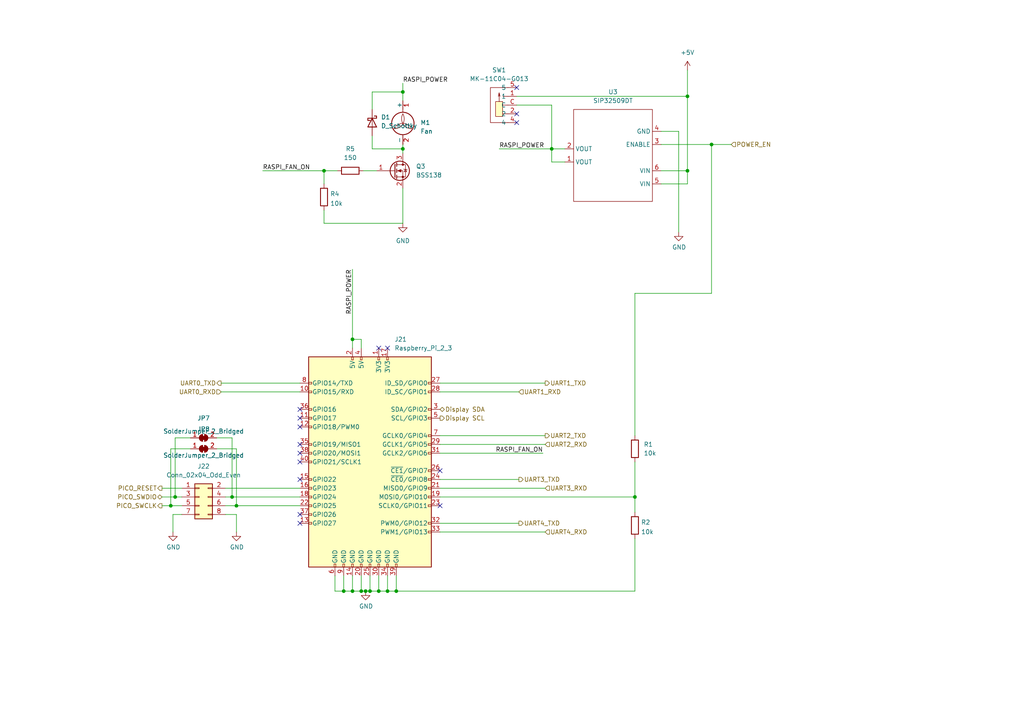
<source format=kicad_sch>
(kicad_sch (version 20230121) (generator eeschema)

  (uuid 3f1ab70d-3263-42b5-9c61-0360188ff2b7)

  (paper "A4")

  (lib_symbols
    (symbol "Connector:Raspberry_Pi_2_3" (pin_names (offset 1.016)) (in_bom yes) (on_board yes)
      (property "Reference" "J" (at -17.78 31.75 0)
        (effects (font (size 1.27 1.27)) (justify left bottom))
      )
      (property "Value" "Raspberry_Pi_2_3" (at 10.16 -31.75 0)
        (effects (font (size 1.27 1.27)) (justify left top))
      )
      (property "Footprint" "" (at 0 0 0)
        (effects (font (size 1.27 1.27)) hide)
      )
      (property "Datasheet" "https://www.raspberrypi.org/documentation/hardware/raspberrypi/schematics/rpi_SCH_3bplus_1p0_reduced.pdf" (at 0 0 0)
        (effects (font (size 1.27 1.27)) hide)
      )
      (property "ki_keywords" "raspberrypi gpio" (at 0 0 0)
        (effects (font (size 1.27 1.27)) hide)
      )
      (property "ki_description" "expansion header for Raspberry Pi 2 & 3" (at 0 0 0)
        (effects (font (size 1.27 1.27)) hide)
      )
      (property "ki_fp_filters" "PinHeader*2x20*P2.54mm*Vertical* PinSocket*2x20*P2.54mm*Vertical*" (at 0 0 0)
        (effects (font (size 1.27 1.27)) hide)
      )
      (symbol "Raspberry_Pi_2_3_0_1"
        (rectangle (start -17.78 30.48) (end 17.78 -30.48)
          (stroke (width 0.254) (type default))
          (fill (type background))
        )
      )
      (symbol "Raspberry_Pi_2_3_1_1"
        (rectangle (start -16.891 -17.526) (end -17.78 -18.034)
          (stroke (width 0) (type default))
          (fill (type none))
        )
        (rectangle (start -16.891 -14.986) (end -17.78 -15.494)
          (stroke (width 0) (type default))
          (fill (type none))
        )
        (rectangle (start -16.891 -12.446) (end -17.78 -12.954)
          (stroke (width 0) (type default))
          (fill (type none))
        )
        (rectangle (start -16.891 -9.906) (end -17.78 -10.414)
          (stroke (width 0) (type default))
          (fill (type none))
        )
        (rectangle (start -16.891 -7.366) (end -17.78 -7.874)
          (stroke (width 0) (type default))
          (fill (type none))
        )
        (rectangle (start -16.891 -4.826) (end -17.78 -5.334)
          (stroke (width 0) (type default))
          (fill (type none))
        )
        (rectangle (start -16.891 0.254) (end -17.78 -0.254)
          (stroke (width 0) (type default))
          (fill (type none))
        )
        (rectangle (start -16.891 2.794) (end -17.78 2.286)
          (stroke (width 0) (type default))
          (fill (type none))
        )
        (rectangle (start -16.891 5.334) (end -17.78 4.826)
          (stroke (width 0) (type default))
          (fill (type none))
        )
        (rectangle (start -16.891 10.414) (end -17.78 9.906)
          (stroke (width 0) (type default))
          (fill (type none))
        )
        (rectangle (start -16.891 12.954) (end -17.78 12.446)
          (stroke (width 0) (type default))
          (fill (type none))
        )
        (rectangle (start -16.891 15.494) (end -17.78 14.986)
          (stroke (width 0) (type default))
          (fill (type none))
        )
        (rectangle (start -16.891 20.574) (end -17.78 20.066)
          (stroke (width 0) (type default))
          (fill (type none))
        )
        (rectangle (start -16.891 23.114) (end -17.78 22.606)
          (stroke (width 0) (type default))
          (fill (type none))
        )
        (rectangle (start -10.414 -29.591) (end -9.906 -30.48)
          (stroke (width 0) (type default))
          (fill (type none))
        )
        (rectangle (start -7.874 -29.591) (end -7.366 -30.48)
          (stroke (width 0) (type default))
          (fill (type none))
        )
        (rectangle (start -5.334 -29.591) (end -4.826 -30.48)
          (stroke (width 0) (type default))
          (fill (type none))
        )
        (rectangle (start -5.334 30.48) (end -4.826 29.591)
          (stroke (width 0) (type default))
          (fill (type none))
        )
        (rectangle (start -2.794 -29.591) (end -2.286 -30.48)
          (stroke (width 0) (type default))
          (fill (type none))
        )
        (rectangle (start -2.794 30.48) (end -2.286 29.591)
          (stroke (width 0) (type default))
          (fill (type none))
        )
        (rectangle (start -0.254 -29.591) (end 0.254 -30.48)
          (stroke (width 0) (type default))
          (fill (type none))
        )
        (rectangle (start 2.286 -29.591) (end 2.794 -30.48)
          (stroke (width 0) (type default))
          (fill (type none))
        )
        (rectangle (start 2.286 30.48) (end 2.794 29.591)
          (stroke (width 0) (type default))
          (fill (type none))
        )
        (rectangle (start 4.826 -29.591) (end 5.334 -30.48)
          (stroke (width 0) (type default))
          (fill (type none))
        )
        (rectangle (start 4.826 30.48) (end 5.334 29.591)
          (stroke (width 0) (type default))
          (fill (type none))
        )
        (rectangle (start 7.366 -29.591) (end 7.874 -30.48)
          (stroke (width 0) (type default))
          (fill (type none))
        )
        (rectangle (start 17.78 -20.066) (end 16.891 -20.574)
          (stroke (width 0) (type default))
          (fill (type none))
        )
        (rectangle (start 17.78 -17.526) (end 16.891 -18.034)
          (stroke (width 0) (type default))
          (fill (type none))
        )
        (rectangle (start 17.78 -12.446) (end 16.891 -12.954)
          (stroke (width 0) (type default))
          (fill (type none))
        )
        (rectangle (start 17.78 -9.906) (end 16.891 -10.414)
          (stroke (width 0) (type default))
          (fill (type none))
        )
        (rectangle (start 17.78 -7.366) (end 16.891 -7.874)
          (stroke (width 0) (type default))
          (fill (type none))
        )
        (rectangle (start 17.78 -4.826) (end 16.891 -5.334)
          (stroke (width 0) (type default))
          (fill (type none))
        )
        (rectangle (start 17.78 -2.286) (end 16.891 -2.794)
          (stroke (width 0) (type default))
          (fill (type none))
        )
        (rectangle (start 17.78 2.794) (end 16.891 2.286)
          (stroke (width 0) (type default))
          (fill (type none))
        )
        (rectangle (start 17.78 5.334) (end 16.891 4.826)
          (stroke (width 0) (type default))
          (fill (type none))
        )
        (rectangle (start 17.78 7.874) (end 16.891 7.366)
          (stroke (width 0) (type default))
          (fill (type none))
        )
        (rectangle (start 17.78 12.954) (end 16.891 12.446)
          (stroke (width 0) (type default))
          (fill (type none))
        )
        (rectangle (start 17.78 15.494) (end 16.891 14.986)
          (stroke (width 0) (type default))
          (fill (type none))
        )
        (rectangle (start 17.78 20.574) (end 16.891 20.066)
          (stroke (width 0) (type default))
          (fill (type none))
        )
        (rectangle (start 17.78 23.114) (end 16.891 22.606)
          (stroke (width 0) (type default))
          (fill (type none))
        )
        (pin power_in line (at 2.54 33.02 270) (length 2.54)
          (name "3V3" (effects (font (size 1.27 1.27))))
          (number "1" (effects (font (size 1.27 1.27))))
        )
        (pin bidirectional line (at -20.32 20.32 0) (length 2.54)
          (name "GPIO15/RXD" (effects (font (size 1.27 1.27))))
          (number "10" (effects (font (size 1.27 1.27))))
        )
        (pin bidirectional line (at -20.32 12.7 0) (length 2.54)
          (name "GPIO17" (effects (font (size 1.27 1.27))))
          (number "11" (effects (font (size 1.27 1.27))))
        )
        (pin bidirectional line (at -20.32 10.16 0) (length 2.54)
          (name "GPIO18/PWM0" (effects (font (size 1.27 1.27))))
          (number "12" (effects (font (size 1.27 1.27))))
        )
        (pin bidirectional line (at -20.32 -17.78 0) (length 2.54)
          (name "GPIO27" (effects (font (size 1.27 1.27))))
          (number "13" (effects (font (size 1.27 1.27))))
        )
        (pin power_in line (at -5.08 -33.02 90) (length 2.54)
          (name "GND" (effects (font (size 1.27 1.27))))
          (number "14" (effects (font (size 1.27 1.27))))
        )
        (pin bidirectional line (at -20.32 -5.08 0) (length 2.54)
          (name "GPIO22" (effects (font (size 1.27 1.27))))
          (number "15" (effects (font (size 1.27 1.27))))
        )
        (pin bidirectional line (at -20.32 -7.62 0) (length 2.54)
          (name "GPIO23" (effects (font (size 1.27 1.27))))
          (number "16" (effects (font (size 1.27 1.27))))
        )
        (pin power_in line (at 5.08 33.02 270) (length 2.54)
          (name "3V3" (effects (font (size 1.27 1.27))))
          (number "17" (effects (font (size 1.27 1.27))))
        )
        (pin bidirectional line (at -20.32 -10.16 0) (length 2.54)
          (name "GPIO24" (effects (font (size 1.27 1.27))))
          (number "18" (effects (font (size 1.27 1.27))))
        )
        (pin bidirectional line (at 20.32 -10.16 180) (length 2.54)
          (name "MOSI0/GPIO10" (effects (font (size 1.27 1.27))))
          (number "19" (effects (font (size 1.27 1.27))))
        )
        (pin power_in line (at -5.08 33.02 270) (length 2.54)
          (name "5V" (effects (font (size 1.27 1.27))))
          (number "2" (effects (font (size 1.27 1.27))))
        )
        (pin power_in line (at -2.54 -33.02 90) (length 2.54)
          (name "GND" (effects (font (size 1.27 1.27))))
          (number "20" (effects (font (size 1.27 1.27))))
        )
        (pin bidirectional line (at 20.32 -7.62 180) (length 2.54)
          (name "MISO0/GPIO9" (effects (font (size 1.27 1.27))))
          (number "21" (effects (font (size 1.27 1.27))))
        )
        (pin bidirectional line (at -20.32 -12.7 0) (length 2.54)
          (name "GPIO25" (effects (font (size 1.27 1.27))))
          (number "22" (effects (font (size 1.27 1.27))))
        )
        (pin bidirectional line (at 20.32 -12.7 180) (length 2.54)
          (name "SCLK0/GPIO11" (effects (font (size 1.27 1.27))))
          (number "23" (effects (font (size 1.27 1.27))))
        )
        (pin bidirectional line (at 20.32 -5.08 180) (length 2.54)
          (name "~{CE0}/GPIO8" (effects (font (size 1.27 1.27))))
          (number "24" (effects (font (size 1.27 1.27))))
        )
        (pin power_in line (at 0 -33.02 90) (length 2.54)
          (name "GND" (effects (font (size 1.27 1.27))))
          (number "25" (effects (font (size 1.27 1.27))))
        )
        (pin bidirectional line (at 20.32 -2.54 180) (length 2.54)
          (name "~{CE1}/GPIO7" (effects (font (size 1.27 1.27))))
          (number "26" (effects (font (size 1.27 1.27))))
        )
        (pin bidirectional line (at 20.32 22.86 180) (length 2.54)
          (name "ID_SD/GPIO0" (effects (font (size 1.27 1.27))))
          (number "27" (effects (font (size 1.27 1.27))))
        )
        (pin bidirectional line (at 20.32 20.32 180) (length 2.54)
          (name "ID_SC/GPIO1" (effects (font (size 1.27 1.27))))
          (number "28" (effects (font (size 1.27 1.27))))
        )
        (pin bidirectional line (at 20.32 5.08 180) (length 2.54)
          (name "GCLK1/GPIO5" (effects (font (size 1.27 1.27))))
          (number "29" (effects (font (size 1.27 1.27))))
        )
        (pin bidirectional line (at 20.32 15.24 180) (length 2.54)
          (name "SDA/GPIO2" (effects (font (size 1.27 1.27))))
          (number "3" (effects (font (size 1.27 1.27))))
        )
        (pin power_in line (at 2.54 -33.02 90) (length 2.54)
          (name "GND" (effects (font (size 1.27 1.27))))
          (number "30" (effects (font (size 1.27 1.27))))
        )
        (pin bidirectional line (at 20.32 2.54 180) (length 2.54)
          (name "GCLK2/GPIO6" (effects (font (size 1.27 1.27))))
          (number "31" (effects (font (size 1.27 1.27))))
        )
        (pin bidirectional line (at 20.32 -17.78 180) (length 2.54)
          (name "PWM0/GPIO12" (effects (font (size 1.27 1.27))))
          (number "32" (effects (font (size 1.27 1.27))))
        )
        (pin bidirectional line (at 20.32 -20.32 180) (length 2.54)
          (name "PWM1/GPIO13" (effects (font (size 1.27 1.27))))
          (number "33" (effects (font (size 1.27 1.27))))
        )
        (pin power_in line (at 5.08 -33.02 90) (length 2.54)
          (name "GND" (effects (font (size 1.27 1.27))))
          (number "34" (effects (font (size 1.27 1.27))))
        )
        (pin bidirectional line (at -20.32 5.08 0) (length 2.54)
          (name "GPIO19/MISO1" (effects (font (size 1.27 1.27))))
          (number "35" (effects (font (size 1.27 1.27))))
        )
        (pin bidirectional line (at -20.32 15.24 0) (length 2.54)
          (name "GPIO16" (effects (font (size 1.27 1.27))))
          (number "36" (effects (font (size 1.27 1.27))))
        )
        (pin bidirectional line (at -20.32 -15.24 0) (length 2.54)
          (name "GPIO26" (effects (font (size 1.27 1.27))))
          (number "37" (effects (font (size 1.27 1.27))))
        )
        (pin bidirectional line (at -20.32 2.54 0) (length 2.54)
          (name "GPIO20/MOSI1" (effects (font (size 1.27 1.27))))
          (number "38" (effects (font (size 1.27 1.27))))
        )
        (pin power_in line (at 7.62 -33.02 90) (length 2.54)
          (name "GND" (effects (font (size 1.27 1.27))))
          (number "39" (effects (font (size 1.27 1.27))))
        )
        (pin power_in line (at -2.54 33.02 270) (length 2.54)
          (name "5V" (effects (font (size 1.27 1.27))))
          (number "4" (effects (font (size 1.27 1.27))))
        )
        (pin bidirectional line (at -20.32 0 0) (length 2.54)
          (name "GPIO21/SCLK1" (effects (font (size 1.27 1.27))))
          (number "40" (effects (font (size 1.27 1.27))))
        )
        (pin bidirectional line (at 20.32 12.7 180) (length 2.54)
          (name "SCL/GPIO3" (effects (font (size 1.27 1.27))))
          (number "5" (effects (font (size 1.27 1.27))))
        )
        (pin power_in line (at -10.16 -33.02 90) (length 2.54)
          (name "GND" (effects (font (size 1.27 1.27))))
          (number "6" (effects (font (size 1.27 1.27))))
        )
        (pin bidirectional line (at 20.32 7.62 180) (length 2.54)
          (name "GCLK0/GPIO4" (effects (font (size 1.27 1.27))))
          (number "7" (effects (font (size 1.27 1.27))))
        )
        (pin bidirectional line (at -20.32 22.86 0) (length 2.54)
          (name "GPIO14/TXD" (effects (font (size 1.27 1.27))))
          (number "8" (effects (font (size 1.27 1.27))))
        )
        (pin power_in line (at -7.62 -33.02 90) (length 2.54)
          (name "GND" (effects (font (size 1.27 1.27))))
          (number "9" (effects (font (size 1.27 1.27))))
        )
      )
    )
    (symbol "Connector_Generic:Conn_02x04_Odd_Even" (pin_names (offset 1.016) hide) (in_bom yes) (on_board yes)
      (property "Reference" "J" (at 1.27 5.08 0)
        (effects (font (size 1.27 1.27)))
      )
      (property "Value" "Conn_02x04_Odd_Even" (at 1.27 -7.62 0)
        (effects (font (size 1.27 1.27)))
      )
      (property "Footprint" "" (at 0 0 0)
        (effects (font (size 1.27 1.27)) hide)
      )
      (property "Datasheet" "~" (at 0 0 0)
        (effects (font (size 1.27 1.27)) hide)
      )
      (property "ki_keywords" "connector" (at 0 0 0)
        (effects (font (size 1.27 1.27)) hide)
      )
      (property "ki_description" "Generic connector, double row, 02x04, odd/even pin numbering scheme (row 1 odd numbers, row 2 even numbers), script generated (kicad-library-utils/schlib/autogen/connector/)" (at 0 0 0)
        (effects (font (size 1.27 1.27)) hide)
      )
      (property "ki_fp_filters" "Connector*:*_2x??_*" (at 0 0 0)
        (effects (font (size 1.27 1.27)) hide)
      )
      (symbol "Conn_02x04_Odd_Even_1_1"
        (rectangle (start -1.27 -4.953) (end 0 -5.207)
          (stroke (width 0.1524) (type default))
          (fill (type none))
        )
        (rectangle (start -1.27 -2.413) (end 0 -2.667)
          (stroke (width 0.1524) (type default))
          (fill (type none))
        )
        (rectangle (start -1.27 0.127) (end 0 -0.127)
          (stroke (width 0.1524) (type default))
          (fill (type none))
        )
        (rectangle (start -1.27 2.667) (end 0 2.413)
          (stroke (width 0.1524) (type default))
          (fill (type none))
        )
        (rectangle (start -1.27 3.81) (end 3.81 -6.35)
          (stroke (width 0.254) (type default))
          (fill (type background))
        )
        (rectangle (start 3.81 -4.953) (end 2.54 -5.207)
          (stroke (width 0.1524) (type default))
          (fill (type none))
        )
        (rectangle (start 3.81 -2.413) (end 2.54 -2.667)
          (stroke (width 0.1524) (type default))
          (fill (type none))
        )
        (rectangle (start 3.81 0.127) (end 2.54 -0.127)
          (stroke (width 0.1524) (type default))
          (fill (type none))
        )
        (rectangle (start 3.81 2.667) (end 2.54 2.413)
          (stroke (width 0.1524) (type default))
          (fill (type none))
        )
        (pin passive line (at -5.08 2.54 0) (length 3.81)
          (name "Pin_1" (effects (font (size 1.27 1.27))))
          (number "1" (effects (font (size 1.27 1.27))))
        )
        (pin passive line (at 7.62 2.54 180) (length 3.81)
          (name "Pin_2" (effects (font (size 1.27 1.27))))
          (number "2" (effects (font (size 1.27 1.27))))
        )
        (pin passive line (at -5.08 0 0) (length 3.81)
          (name "Pin_3" (effects (font (size 1.27 1.27))))
          (number "3" (effects (font (size 1.27 1.27))))
        )
        (pin passive line (at 7.62 0 180) (length 3.81)
          (name "Pin_4" (effects (font (size 1.27 1.27))))
          (number "4" (effects (font (size 1.27 1.27))))
        )
        (pin passive line (at -5.08 -2.54 0) (length 3.81)
          (name "Pin_5" (effects (font (size 1.27 1.27))))
          (number "5" (effects (font (size 1.27 1.27))))
        )
        (pin passive line (at 7.62 -2.54 180) (length 3.81)
          (name "Pin_6" (effects (font (size 1.27 1.27))))
          (number "6" (effects (font (size 1.27 1.27))))
        )
        (pin passive line (at -5.08 -5.08 0) (length 3.81)
          (name "Pin_7" (effects (font (size 1.27 1.27))))
          (number "7" (effects (font (size 1.27 1.27))))
        )
        (pin passive line (at 7.62 -5.08 180) (length 3.81)
          (name "Pin_8" (effects (font (size 1.27 1.27))))
          (number "8" (effects (font (size 1.27 1.27))))
        )
      )
    )
    (symbol "Device:D_Schottky" (pin_numbers hide) (pin_names (offset 1.016) hide) (in_bom yes) (on_board yes)
      (property "Reference" "D" (at 0 2.54 0)
        (effects (font (size 1.27 1.27)))
      )
      (property "Value" "D_Schottky" (at 0 -2.54 0)
        (effects (font (size 1.27 1.27)))
      )
      (property "Footprint" "" (at 0 0 0)
        (effects (font (size 1.27 1.27)) hide)
      )
      (property "Datasheet" "~" (at 0 0 0)
        (effects (font (size 1.27 1.27)) hide)
      )
      (property "ki_keywords" "diode Schottky" (at 0 0 0)
        (effects (font (size 1.27 1.27)) hide)
      )
      (property "ki_description" "Schottky diode" (at 0 0 0)
        (effects (font (size 1.27 1.27)) hide)
      )
      (property "ki_fp_filters" "TO-???* *_Diode_* *SingleDiode* D_*" (at 0 0 0)
        (effects (font (size 1.27 1.27)) hide)
      )
      (symbol "D_Schottky_0_1"
        (polyline
          (pts
            (xy 1.27 0)
            (xy -1.27 0)
          )
          (stroke (width 0) (type default))
          (fill (type none))
        )
        (polyline
          (pts
            (xy 1.27 1.27)
            (xy 1.27 -1.27)
            (xy -1.27 0)
            (xy 1.27 1.27)
          )
          (stroke (width 0.254) (type default))
          (fill (type none))
        )
        (polyline
          (pts
            (xy -1.905 0.635)
            (xy -1.905 1.27)
            (xy -1.27 1.27)
            (xy -1.27 -1.27)
            (xy -0.635 -1.27)
            (xy -0.635 -0.635)
          )
          (stroke (width 0.254) (type default))
          (fill (type none))
        )
      )
      (symbol "D_Schottky_1_1"
        (pin passive line (at -3.81 0 0) (length 2.54)
          (name "K" (effects (font (size 1.27 1.27))))
          (number "1" (effects (font (size 1.27 1.27))))
        )
        (pin passive line (at 3.81 0 180) (length 2.54)
          (name "A" (effects (font (size 1.27 1.27))))
          (number "2" (effects (font (size 1.27 1.27))))
        )
      )
    )
    (symbol "Device:R" (pin_numbers hide) (pin_names (offset 0)) (in_bom yes) (on_board yes)
      (property "Reference" "R" (at 2.032 0 90)
        (effects (font (size 1.27 1.27)))
      )
      (property "Value" "R" (at 0 0 90)
        (effects (font (size 1.27 1.27)))
      )
      (property "Footprint" "" (at -1.778 0 90)
        (effects (font (size 1.27 1.27)) hide)
      )
      (property "Datasheet" "~" (at 0 0 0)
        (effects (font (size 1.27 1.27)) hide)
      )
      (property "ki_keywords" "R res resistor" (at 0 0 0)
        (effects (font (size 1.27 1.27)) hide)
      )
      (property "ki_description" "Resistor" (at 0 0 0)
        (effects (font (size 1.27 1.27)) hide)
      )
      (property "ki_fp_filters" "R_*" (at 0 0 0)
        (effects (font (size 1.27 1.27)) hide)
      )
      (symbol "R_0_1"
        (rectangle (start -1.016 -2.54) (end 1.016 2.54)
          (stroke (width 0.254) (type default))
          (fill (type none))
        )
      )
      (symbol "R_1_1"
        (pin passive line (at 0 3.81 270) (length 1.27)
          (name "~" (effects (font (size 1.27 1.27))))
          (number "1" (effects (font (size 1.27 1.27))))
        )
        (pin passive line (at 0 -3.81 90) (length 1.27)
          (name "~" (effects (font (size 1.27 1.27))))
          (number "2" (effects (font (size 1.27 1.27))))
        )
      )
    )
    (symbol "Jumper:SolderJumper_2_Bridged" (pin_names (offset 0) hide) (in_bom yes) (on_board yes)
      (property "Reference" "JP" (at 0 2.032 0)
        (effects (font (size 1.27 1.27)))
      )
      (property "Value" "SolderJumper_2_Bridged" (at 0 -2.54 0)
        (effects (font (size 1.27 1.27)))
      )
      (property "Footprint" "" (at 0 0 0)
        (effects (font (size 1.27 1.27)) hide)
      )
      (property "Datasheet" "~" (at 0 0 0)
        (effects (font (size 1.27 1.27)) hide)
      )
      (property "ki_keywords" "solder jumper SPST" (at 0 0 0)
        (effects (font (size 1.27 1.27)) hide)
      )
      (property "ki_description" "Solder Jumper, 2-pole, closed/bridged" (at 0 0 0)
        (effects (font (size 1.27 1.27)) hide)
      )
      (property "ki_fp_filters" "SolderJumper*Bridged*" (at 0 0 0)
        (effects (font (size 1.27 1.27)) hide)
      )
      (symbol "SolderJumper_2_Bridged_0_1"
        (rectangle (start -0.508 0.508) (end 0.508 -0.508)
          (stroke (width 0) (type default))
          (fill (type outline))
        )
        (arc (start -0.254 1.016) (mid -1.2656 0) (end -0.254 -1.016)
          (stroke (width 0) (type default))
          (fill (type none))
        )
        (arc (start -0.254 1.016) (mid -1.2656 0) (end -0.254 -1.016)
          (stroke (width 0) (type default))
          (fill (type outline))
        )
        (polyline
          (pts
            (xy -0.254 1.016)
            (xy -0.254 -1.016)
          )
          (stroke (width 0) (type default))
          (fill (type none))
        )
        (polyline
          (pts
            (xy 0.254 1.016)
            (xy 0.254 -1.016)
          )
          (stroke (width 0) (type default))
          (fill (type none))
        )
        (arc (start 0.254 -1.016) (mid 1.2656 0) (end 0.254 1.016)
          (stroke (width 0) (type default))
          (fill (type none))
        )
        (arc (start 0.254 -1.016) (mid 1.2656 0) (end 0.254 1.016)
          (stroke (width 0) (type default))
          (fill (type outline))
        )
      )
      (symbol "SolderJumper_2_Bridged_1_1"
        (pin passive line (at -3.81 0 0) (length 2.54)
          (name "A" (effects (font (size 1.27 1.27))))
          (number "1" (effects (font (size 1.27 1.27))))
        )
        (pin passive line (at 3.81 0 180) (length 2.54)
          (name "B" (effects (font (size 1.27 1.27))))
          (number "2" (effects (font (size 1.27 1.27))))
        )
      )
    )
    (symbol "Motor:Fan" (pin_names (offset 0)) (in_bom yes) (on_board yes)
      (property "Reference" "M" (at 2.54 5.08 0)
        (effects (font (size 1.27 1.27)) (justify left))
      )
      (property "Value" "Fan" (at 2.54 -2.54 0)
        (effects (font (size 1.27 1.27)) (justify left top))
      )
      (property "Footprint" "" (at 0 0.254 0)
        (effects (font (size 1.27 1.27)) hide)
      )
      (property "Datasheet" "~" (at 0 0.254 0)
        (effects (font (size 1.27 1.27)) hide)
      )
      (property "ki_keywords" "Fan Motor" (at 0 0 0)
        (effects (font (size 1.27 1.27)) hide)
      )
      (property "ki_description" "Fan" (at 0 0 0)
        (effects (font (size 1.27 1.27)) hide)
      )
      (property "ki_fp_filters" "PinHeader*P2.54mm* TerminalBlock*" (at 0 0 0)
        (effects (font (size 1.27 1.27)) hide)
      )
      (symbol "Fan_0_1"
        (arc (start -2.54 -0.508) (mid -0.0014 0.9048) (end 0 3.81)
          (stroke (width 0) (type default))
          (fill (type none))
        )
        (polyline
          (pts
            (xy 0 -5.08)
            (xy 0 -4.572)
          )
          (stroke (width 0) (type default))
          (fill (type none))
        )
        (polyline
          (pts
            (xy 0 -2.2352)
            (xy 0 -2.6416)
          )
          (stroke (width 0) (type default))
          (fill (type none))
        )
        (polyline
          (pts
            (xy 0 4.2672)
            (xy 0 4.6228)
          )
          (stroke (width 0) (type default))
          (fill (type none))
        )
        (polyline
          (pts
            (xy 0 4.572)
            (xy 0 5.08)
          )
          (stroke (width 0) (type default))
          (fill (type none))
        )
        (circle (center 0 1.016) (radius 3.2512)
          (stroke (width 0.254) (type default))
          (fill (type none))
        )
        (arc (start 0 3.81) (mid 0.0468 0.9315) (end 2.54 -0.508)
          (stroke (width 0) (type default))
          (fill (type none))
        )
        (arc (start 2.54 -0.508) (mid 0 1.0618) (end -2.54 -0.508)
          (stroke (width 0) (type default))
          (fill (type none))
        )
      )
      (symbol "Fan_1_1"
        (pin passive line (at 0 7.62 270) (length 2.54)
          (name "+" (effects (font (size 1.27 1.27))))
          (number "1" (effects (font (size 1.27 1.27))))
        )
        (pin passive line (at 0 -5.08 90) (length 2.54)
          (name "-" (effects (font (size 1.27 1.27))))
          (number "2" (effects (font (size 1.27 1.27))))
        )
      )
    )
    (symbol "OpenMowerMainboardLib:SIP32509DT" (in_bom yes) (on_board yes)
      (property "Reference" "U" (at 0 0 0)
        (effects (font (size 1.27 1.27)))
      )
      (property "Value" "SIP32509DT" (at 0 0 0)
        (effects (font (size 1.27 1.27)))
      )
      (property "Footprint" "" (at 0 0 0)
        (effects (font (size 1.27 1.27)) hide)
      )
      (property "Datasheet" "" (at 0 0 0)
        (effects (font (size 1.27 1.27)) hide)
      )
      (symbol "SIP32509DT_0_1"
        (rectangle (start -22.86 40.64) (end 0 13.97)
          (stroke (width 0) (type default))
          (fill (type none))
        )
      )
      (symbol "SIP32509DT_1_1"
        (pin power_out line (at 2.54 29.21 180) (length 2.54)
          (name "VOUT" (effects (font (size 1.27 1.27))))
          (number "1" (effects (font (size 1.27 1.27))))
        )
        (pin power_out line (at 2.54 25.4 180) (length 2.54)
          (name "VOUT" (effects (font (size 1.27 1.27))))
          (number "2" (effects (font (size 1.27 1.27))))
        )
        (pin input line (at -25.4 24.13 0) (length 2.54)
          (name "ENABLE" (effects (font (size 1.27 1.27))))
          (number "3" (effects (font (size 1.27 1.27))))
        )
        (pin input line (at -25.4 20.32 0) (length 2.54)
          (name "GND" (effects (font (size 1.27 1.27))))
          (number "4" (effects (font (size 1.27 1.27))))
        )
        (pin power_in line (at -25.4 35.56 0) (length 2.54)
          (name "VIN" (effects (font (size 1.27 1.27))))
          (number "5" (effects (font (size 1.27 1.27))))
        )
        (pin power_in line (at -25.4 31.75 0) (length 2.54)
          (name "VIN" (effects (font (size 1.27 1.27))))
          (number "6" (effects (font (size 1.27 1.27))))
        )
      )
    )
    (symbol "Transistor_FET:BSS138" (pin_names hide) (in_bom yes) (on_board yes)
      (property "Reference" "Q" (at 5.08 1.905 0)
        (effects (font (size 1.27 1.27)) (justify left))
      )
      (property "Value" "BSS138" (at 5.08 0 0)
        (effects (font (size 1.27 1.27)) (justify left))
      )
      (property "Footprint" "Package_TO_SOT_SMD:SOT-23" (at 5.08 -1.905 0)
        (effects (font (size 1.27 1.27) italic) (justify left) hide)
      )
      (property "Datasheet" "https://www.onsemi.com/pub/Collateral/BSS138-D.PDF" (at 0 0 0)
        (effects (font (size 1.27 1.27)) (justify left) hide)
      )
      (property "ki_keywords" "N-Channel MOSFET" (at 0 0 0)
        (effects (font (size 1.27 1.27)) hide)
      )
      (property "ki_description" "50V Vds, 0.22A Id, N-Channel MOSFET, SOT-23" (at 0 0 0)
        (effects (font (size 1.27 1.27)) hide)
      )
      (property "ki_fp_filters" "SOT?23*" (at 0 0 0)
        (effects (font (size 1.27 1.27)) hide)
      )
      (symbol "BSS138_0_1"
        (polyline
          (pts
            (xy 0.254 0)
            (xy -2.54 0)
          )
          (stroke (width 0) (type default))
          (fill (type none))
        )
        (polyline
          (pts
            (xy 0.254 1.905)
            (xy 0.254 -1.905)
          )
          (stroke (width 0.254) (type default))
          (fill (type none))
        )
        (polyline
          (pts
            (xy 0.762 -1.27)
            (xy 0.762 -2.286)
          )
          (stroke (width 0.254) (type default))
          (fill (type none))
        )
        (polyline
          (pts
            (xy 0.762 0.508)
            (xy 0.762 -0.508)
          )
          (stroke (width 0.254) (type default))
          (fill (type none))
        )
        (polyline
          (pts
            (xy 0.762 2.286)
            (xy 0.762 1.27)
          )
          (stroke (width 0.254) (type default))
          (fill (type none))
        )
        (polyline
          (pts
            (xy 2.54 2.54)
            (xy 2.54 1.778)
          )
          (stroke (width 0) (type default))
          (fill (type none))
        )
        (polyline
          (pts
            (xy 2.54 -2.54)
            (xy 2.54 0)
            (xy 0.762 0)
          )
          (stroke (width 0) (type default))
          (fill (type none))
        )
        (polyline
          (pts
            (xy 0.762 -1.778)
            (xy 3.302 -1.778)
            (xy 3.302 1.778)
            (xy 0.762 1.778)
          )
          (stroke (width 0) (type default))
          (fill (type none))
        )
        (polyline
          (pts
            (xy 1.016 0)
            (xy 2.032 0.381)
            (xy 2.032 -0.381)
            (xy 1.016 0)
          )
          (stroke (width 0) (type default))
          (fill (type outline))
        )
        (polyline
          (pts
            (xy 2.794 0.508)
            (xy 2.921 0.381)
            (xy 3.683 0.381)
            (xy 3.81 0.254)
          )
          (stroke (width 0) (type default))
          (fill (type none))
        )
        (polyline
          (pts
            (xy 3.302 0.381)
            (xy 2.921 -0.254)
            (xy 3.683 -0.254)
            (xy 3.302 0.381)
          )
          (stroke (width 0) (type default))
          (fill (type none))
        )
        (circle (center 1.651 0) (radius 2.794)
          (stroke (width 0.254) (type default))
          (fill (type none))
        )
        (circle (center 2.54 -1.778) (radius 0.254)
          (stroke (width 0) (type default))
          (fill (type outline))
        )
        (circle (center 2.54 1.778) (radius 0.254)
          (stroke (width 0) (type default))
          (fill (type outline))
        )
      )
      (symbol "BSS138_1_1"
        (pin input line (at -5.08 0 0) (length 2.54)
          (name "G" (effects (font (size 1.27 1.27))))
          (number "1" (effects (font (size 1.27 1.27))))
        )
        (pin passive line (at 2.54 -5.08 90) (length 2.54)
          (name "S" (effects (font (size 1.27 1.27))))
          (number "2" (effects (font (size 1.27 1.27))))
        )
        (pin passive line (at 2.54 5.08 270) (length 2.54)
          (name "D" (effects (font (size 1.27 1.27))))
          (number "3" (effects (font (size 1.27 1.27))))
        )
      )
    )
    (symbol "lcsc:MK-11C04-G013" (in_bom yes) (on_board yes)
      (property "Reference" "SW" (at 0 10.16 0)
        (effects (font (size 1.27 1.27)))
      )
      (property "Value" "MK-11C04-G013" (at 0 0 0)
        (effects (font (size 1.27 1.27)))
      )
      (property "Footprint" "lcsc:SW-SMD_MK-11C04-G013" (at 0 -2.54 0)
        (effects (font (size 1.27 1.27)) hide)
      )
      (property "Datasheet" "https://lcsc.com/product-detail/Toggle-Switches_G-Switch-MK-11C04-G013_C778185.html" (at 0 -5.08 0)
        (effects (font (size 1.27 1.27)) hide)
      )
      (property "Manufacturer" "G-Switch" (at 0 -7.62 0)
        (effects (font (size 1.27 1.27)) hide)
      )
      (property "LCSC Part" "C778185" (at 0 -10.16 0)
        (effects (font (size 1.27 1.27)) hide)
      )
      (property "JLC Part" "Extended Part" (at 0 -12.7 0)
        (effects (font (size 1.27 1.27)) hide)
      )
      (symbol "MK-11C04-G013_0_1"
        (rectangle (start -1.02 1.02) (end 3.3 -1.02)
          (stroke (width 0) (type default))
          (fill (type background))
        )
        (polyline
          (pts
            (xy -3.56 0)
            (xy -2.54 -0.25)
          )
          (stroke (width 0) (type default))
          (fill (type none))
        )
        (polyline
          (pts
            (xy 0 1.02)
            (xy 0 2.54)
          )
          (stroke (width 0) (type default))
          (fill (type none))
        )
        (polyline
          (pts
            (xy 2.54 1.02)
            (xy 2.54 2.54)
          )
          (stroke (width 0) (type default))
          (fill (type none))
        )
        (polyline
          (pts
            (xy -2.54 2.54)
            (xy -2.54 1.27)
            (xy -2.54 1.02)
          )
          (stroke (width 0) (type default))
          (fill (type none))
        )
        (polyline
          (pts
            (xy -1.02 0)
            (xy -3.56 0)
            (xy -2.54 0.25)
          )
          (stroke (width 0) (type default))
          (fill (type none))
        )
        (polyline
          (pts
            (xy -5.08 2.54)
            (xy -5.08 -2.54)
            (xy 5.08 -2.54)
            (xy 5.08 2.54)
          )
          (stroke (width 0) (type default))
          (fill (type none))
        )
        (pin unspecified line (at -2.54 5.08 270) (length 2.54)
          (name "1" (effects (font (size 1.27 1.27))))
          (number "1" (effects (font (size 1.27 1.27))))
        )
        (pin unspecified line (at 2.54 5.08 270) (length 2.54)
          (name "2" (effects (font (size 1.27 1.27))))
          (number "2" (effects (font (size 1.27 1.27))))
        )
        (pin unspecified line (at 5.08 5.08 270) (length 2.54)
          (name "4" (effects (font (size 1.27 1.27))))
          (number "4" (effects (font (size 1.27 1.27))))
        )
        (pin unspecified line (at -5.08 5.08 270) (length 2.54)
          (name "5" (effects (font (size 1.27 1.27))))
          (number "5" (effects (font (size 1.27 1.27))))
        )
        (pin unspecified line (at 0 5.08 270) (length 2.54)
          (name "C" (effects (font (size 1.27 1.27))))
          (number "C" (effects (font (size 1.27 1.27))))
        )
      )
    )
    (symbol "power:+5V" (power) (pin_names (offset 0)) (in_bom yes) (on_board yes)
      (property "Reference" "#PWR" (at 0 -3.81 0)
        (effects (font (size 1.27 1.27)) hide)
      )
      (property "Value" "+5V" (at 0 3.556 0)
        (effects (font (size 1.27 1.27)))
      )
      (property "Footprint" "" (at 0 0 0)
        (effects (font (size 1.27 1.27)) hide)
      )
      (property "Datasheet" "" (at 0 0 0)
        (effects (font (size 1.27 1.27)) hide)
      )
      (property "ki_keywords" "power-flag" (at 0 0 0)
        (effects (font (size 1.27 1.27)) hide)
      )
      (property "ki_description" "Power symbol creates a global label with name \"+5V\"" (at 0 0 0)
        (effects (font (size 1.27 1.27)) hide)
      )
      (symbol "+5V_0_1"
        (polyline
          (pts
            (xy -0.762 1.27)
            (xy 0 2.54)
          )
          (stroke (width 0) (type default))
          (fill (type none))
        )
        (polyline
          (pts
            (xy 0 0)
            (xy 0 2.54)
          )
          (stroke (width 0) (type default))
          (fill (type none))
        )
        (polyline
          (pts
            (xy 0 2.54)
            (xy 0.762 1.27)
          )
          (stroke (width 0) (type default))
          (fill (type none))
        )
      )
      (symbol "+5V_1_1"
        (pin power_in line (at 0 0 90) (length 0) hide
          (name "+5V" (effects (font (size 1.27 1.27))))
          (number "1" (effects (font (size 1.27 1.27))))
        )
      )
    )
    (symbol "power:GND" (power) (pin_names (offset 0)) (in_bom yes) (on_board yes)
      (property "Reference" "#PWR" (at 0 -6.35 0)
        (effects (font (size 1.27 1.27)) hide)
      )
      (property "Value" "GND" (at 0 -3.81 0)
        (effects (font (size 1.27 1.27)))
      )
      (property "Footprint" "" (at 0 0 0)
        (effects (font (size 1.27 1.27)) hide)
      )
      (property "Datasheet" "" (at 0 0 0)
        (effects (font (size 1.27 1.27)) hide)
      )
      (property "ki_keywords" "power-flag" (at 0 0 0)
        (effects (font (size 1.27 1.27)) hide)
      )
      (property "ki_description" "Power symbol creates a global label with name \"GND\" , ground" (at 0 0 0)
        (effects (font (size 1.27 1.27)) hide)
      )
      (symbol "GND_0_1"
        (polyline
          (pts
            (xy 0 0)
            (xy 0 -1.27)
            (xy 1.27 -1.27)
            (xy 0 -2.54)
            (xy -1.27 -1.27)
            (xy 0 -1.27)
          )
          (stroke (width 0) (type default))
          (fill (type none))
        )
      )
      (symbol "GND_1_1"
        (pin power_in line (at 0 0 270) (length 0) hide
          (name "GND" (effects (font (size 1.27 1.27))))
          (number "1" (effects (font (size 1.27 1.27))))
        )
      )
    )
  )

  (junction (at 93.98 49.53) (diameter 0) (color 0 0 0 0)
    (uuid 35bb30cb-9134-4cde-9cf2-4012be009511)
  )
  (junction (at 199.39 49.53) (diameter 0) (color 0 0 0 0)
    (uuid 4d13e008-e257-4a47-b5c8-5b3c84277f01)
  )
  (junction (at 160.02 43.18) (diameter 0) (color 0 0 0 0)
    (uuid 5427ddc0-d96f-43bd-a5d9-b8b11c7e0a97)
  )
  (junction (at 99.695 171.45) (diameter 0) (color 0 0 0 0)
    (uuid 5914ba72-a4fc-4ffe-b7db-5824af90b542)
  )
  (junction (at 106.045 171.45) (diameter 0) (color 0 0 0 0)
    (uuid 5b2b78a7-4bf7-4fc2-9bea-844905384ad8)
  )
  (junction (at 67.31 144.145) (diameter 0) (color 0 0 0 0)
    (uuid 60768776-9a1f-450a-a8ff-fcd8dfd264e6)
  )
  (junction (at 68.58 146.685) (diameter 0) (color 0 0 0 0)
    (uuid 640bd502-d895-424c-8932-8ffe795a3c95)
  )
  (junction (at 102.235 98.425) (diameter 0) (color 0 0 0 0)
    (uuid 6ddcd429-3581-4ce6-9778-aac6d3ffa9f6)
  )
  (junction (at 116.84 26.67) (diameter 0) (color 0 0 0 0)
    (uuid 70d74511-b548-4f73-8ce3-8c852f97189b)
  )
  (junction (at 107.315 171.45) (diameter 0) (color 0 0 0 0)
    (uuid 7d5a1e71-d222-44ed-8159-0addb7c0e3ec)
  )
  (junction (at 199.39 27.94) (diameter 0) (color 0 0 0 0)
    (uuid 83f24aaf-2600-4236-b978-0b8b8f084d96)
  )
  (junction (at 114.935 171.45) (diameter 0) (color 0 0 0 0)
    (uuid 8a1bbd9a-5506-4623-92a7-d9a97859e652)
  )
  (junction (at 109.855 171.45) (diameter 0) (color 0 0 0 0)
    (uuid 8b782a66-190c-49cf-a882-a45094185fb4)
  )
  (junction (at 49.53 146.685) (diameter 0) (color 0 0 0 0)
    (uuid 9231178a-c5b3-45b7-8f97-57603cc57cd7)
  )
  (junction (at 104.775 171.45) (diameter 0) (color 0 0 0 0)
    (uuid 986a1323-e258-4019-b480-694fe17839da)
  )
  (junction (at 116.84 43.18) (diameter 0) (color 0 0 0 0)
    (uuid 9aa0e263-f06e-449f-a4e8-4f26edbf189f)
  )
  (junction (at 102.235 171.45) (diameter 0) (color 0 0 0 0)
    (uuid ac088fa0-3d5c-4488-a99f-fad8e636f79f)
  )
  (junction (at 184.15 144.145) (diameter 0) (color 0 0 0 0)
    (uuid b046b185-abf9-485c-895b-ab1b7f5f98e7)
  )
  (junction (at 50.8 144.145) (diameter 0) (color 0 0 0 0)
    (uuid cf92cabc-ca92-4d75-a1a0-da8afe655bf1)
  )
  (junction (at 112.395 171.45) (diameter 0) (color 0 0 0 0)
    (uuid d9615d32-476b-4158-ad68-b31510132c27)
  )
  (junction (at 206.375 41.91) (diameter 0) (color 0 0 0 0)
    (uuid edc57d92-034b-4b49-ac31-a5fb0d2af53b)
  )

  (no_connect (at 149.86 35.56) (uuid 3863cd9a-18f1-4410-8a81-0f62f9a1b202))
  (no_connect (at 149.86 33.02) (uuid 5d89d3d7-4864-4188-bb4c-c3ddfa382ad5))
  (no_connect (at 112.395 100.965) (uuid 5dfa32e0-504a-496a-83d2-eacbf0e17bc3))
  (no_connect (at 109.855 100.965) (uuid 5dfa32e0-504a-496a-83d2-eacbf0e17bc4))
  (no_connect (at 86.995 128.905) (uuid 6782dbcd-4c65-4a56-a737-966b98888697))
  (no_connect (at 86.995 133.985) (uuid 6782dbcd-4c65-4a56-a737-966b98888698))
  (no_connect (at 86.995 131.445) (uuid 6782dbcd-4c65-4a56-a737-966b98888699))
  (no_connect (at 86.995 123.825) (uuid 6782dbcd-4c65-4a56-a737-966b9888869a))
  (no_connect (at 86.995 149.225) (uuid 6782dbcd-4c65-4a56-a737-966b9888869b))
  (no_connect (at 86.995 139.065) (uuid 6782dbcd-4c65-4a56-a737-966b9888869c))
  (no_connect (at 86.995 151.765) (uuid 6782dbcd-4c65-4a56-a737-966b9888869d))
  (no_connect (at 86.995 118.745) (uuid 6782dbcd-4c65-4a56-a737-966b9888869e))
  (no_connect (at 86.995 121.285) (uuid 6782dbcd-4c65-4a56-a737-966b9888869f))
  (no_connect (at 127.635 146.685) (uuid 6782dbcd-4c65-4a56-a737-966b988886a0))
  (no_connect (at 127.635 136.525) (uuid 6782dbcd-4c65-4a56-a737-966b988886a1))
  (no_connect (at 149.86 25.4) (uuid c65d45d0-0996-4db0-8b58-4a059a958c40))

  (wire (pts (xy 158.115 111.125) (xy 127.635 111.125))
    (stroke (width 0) (type default))
    (uuid 01a2f54f-f73c-43e6-84a6-a1c15c84e72d)
  )
  (wire (pts (xy 99.695 167.005) (xy 99.695 171.45))
    (stroke (width 0) (type default))
    (uuid 0935d763-bc3a-45a6-b121-4eed546490d7)
  )
  (wire (pts (xy 68.58 130.175) (xy 68.58 146.685))
    (stroke (width 0) (type default))
    (uuid 0d37345a-c823-4683-b846-b757ca22fbf2)
  )
  (wire (pts (xy 196.85 38.1) (xy 196.85 67.31))
    (stroke (width 0) (type default))
    (uuid 10ab211c-e5de-47cb-8ae1-937b01f755e9)
  )
  (wire (pts (xy 116.84 24.13) (xy 116.84 26.67))
    (stroke (width 0) (type default))
    (uuid 114a2327-4bca-4f82-aff8-aa6199690d2d)
  )
  (wire (pts (xy 97.155 167.005) (xy 97.155 171.45))
    (stroke (width 0) (type default))
    (uuid 143f468b-e3f4-49df-b26f-9f90fe8a56f7)
  )
  (wire (pts (xy 127.635 144.145) (xy 184.15 144.145))
    (stroke (width 0) (type default))
    (uuid 1ce73935-b055-4038-930b-fda19e85fa4f)
  )
  (wire (pts (xy 46.99 141.605) (xy 52.705 141.605))
    (stroke (width 0) (type default))
    (uuid 1eac2a12-ee06-4203-853c-b77f1586e866)
  )
  (wire (pts (xy 144.78 43.18) (xy 160.02 43.18))
    (stroke (width 0) (type default))
    (uuid 1f62391d-edad-497c-b927-6f2bee6a0668)
  )
  (wire (pts (xy 105.41 49.53) (xy 109.22 49.53))
    (stroke (width 0) (type default))
    (uuid 2097d4ea-9852-4036-bbb1-07774435eded)
  )
  (wire (pts (xy 199.39 53.34) (xy 199.39 49.53))
    (stroke (width 0) (type default))
    (uuid 2374e12a-9a61-4994-9f68-31bb9503c1e7)
  )
  (wire (pts (xy 55.245 127) (xy 50.8 127))
    (stroke (width 0) (type default))
    (uuid 24d40aee-e5c3-4d24-b238-c3675fa8f2f9)
  )
  (wire (pts (xy 46.99 146.685) (xy 49.53 146.685))
    (stroke (width 0) (type default))
    (uuid 28d2a2b5-3a14-4cb1-a575-65c803ba9bd9)
  )
  (wire (pts (xy 67.31 127) (xy 67.31 144.145))
    (stroke (width 0) (type default))
    (uuid 2f1d6d2c-caeb-48e9-bf74-39571b5d016d)
  )
  (wire (pts (xy 149.86 30.48) (xy 160.02 30.48))
    (stroke (width 0) (type default))
    (uuid 2f41ab80-c63b-4fb0-ae28-b784d8beebc8)
  )
  (wire (pts (xy 158.115 141.605) (xy 127.635 141.605))
    (stroke (width 0) (type default))
    (uuid 300023b4-357b-47ea-ba34-4b656858cf61)
  )
  (wire (pts (xy 102.235 167.005) (xy 102.235 171.45))
    (stroke (width 0) (type default))
    (uuid 31b9a8e9-abe9-47f8-9d35-44bdd55aa2f7)
  )
  (wire (pts (xy 127.635 139.065) (xy 150.495 139.065))
    (stroke (width 0) (type default))
    (uuid 328a0e0f-0e78-4824-84c6-6b8ec6546037)
  )
  (wire (pts (xy 50.8 127) (xy 50.8 144.145))
    (stroke (width 0) (type default))
    (uuid 3323c57b-ee7b-4ba1-a6da-f90ffec2b36b)
  )
  (wire (pts (xy 102.235 100.965) (xy 102.235 98.425))
    (stroke (width 0) (type default))
    (uuid 36f0e3ee-aa5b-4050-9c50-6dd84d2b3b50)
  )
  (wire (pts (xy 52.705 149.225) (xy 50.165 149.225))
    (stroke (width 0) (type default))
    (uuid 3afa919a-d589-40ea-a91a-b4b0d1d034c0)
  )
  (wire (pts (xy 107.95 26.67) (xy 116.84 26.67))
    (stroke (width 0) (type default))
    (uuid 3c93ed34-4e3f-48a8-bb33-950e1a5d3ba1)
  )
  (wire (pts (xy 76.2 49.53) (xy 93.98 49.53))
    (stroke (width 0) (type default))
    (uuid 3f9e0d73-f43f-47dc-acdd-5e4ce8823472)
  )
  (wire (pts (xy 112.395 167.005) (xy 112.395 171.45))
    (stroke (width 0) (type default))
    (uuid 3fd52d3a-980c-4577-a498-414618f40ba8)
  )
  (wire (pts (xy 107.95 39.37) (xy 107.95 43.18))
    (stroke (width 0) (type default))
    (uuid 44645d94-1802-47c3-8320-10f601d91b65)
  )
  (wire (pts (xy 191.77 38.1) (xy 196.85 38.1))
    (stroke (width 0) (type default))
    (uuid 4628b1a3-f9ad-4847-bc9f-abe0fd6e3951)
  )
  (wire (pts (xy 65.405 144.145) (xy 67.31 144.145))
    (stroke (width 0) (type default))
    (uuid 46a38520-e470-44e1-95ce-fa0b324dbd93)
  )
  (wire (pts (xy 46.99 144.145) (xy 50.8 144.145))
    (stroke (width 0) (type default))
    (uuid 46ec1e1f-d0de-4ad4-a7ca-592876afc2db)
  )
  (wire (pts (xy 114.935 171.45) (xy 114.935 167.005))
    (stroke (width 0) (type default))
    (uuid 47975bc1-f7a5-4d71-828b-5dec035438cf)
  )
  (wire (pts (xy 184.15 85.09) (xy 184.15 126.365))
    (stroke (width 0) (type default))
    (uuid 4a5dbbcd-d4bc-428b-8a92-ca85144088c9)
  )
  (wire (pts (xy 191.77 41.91) (xy 206.375 41.91))
    (stroke (width 0) (type default))
    (uuid 4f3d750d-ab24-4467-bf98-0c708b6ede9d)
  )
  (wire (pts (xy 184.15 85.09) (xy 206.375 85.09))
    (stroke (width 0) (type default))
    (uuid 52ec8b76-9d1a-4183-bd6e-a535fa00310c)
  )
  (wire (pts (xy 102.235 98.425) (xy 102.235 78.105))
    (stroke (width 0) (type default))
    (uuid 53c296f9-f07a-4469-8c7e-48e8f3f636df)
  )
  (wire (pts (xy 64.135 113.665) (xy 86.995 113.665))
    (stroke (width 0) (type default))
    (uuid 5ead3c1b-d855-49ea-9382-39ea090802d1)
  )
  (wire (pts (xy 93.98 49.53) (xy 97.79 49.53))
    (stroke (width 0) (type default))
    (uuid 611332a4-b350-4c85-842e-f922c9836083)
  )
  (wire (pts (xy 149.86 27.94) (xy 199.39 27.94))
    (stroke (width 0) (type default))
    (uuid 64ce2c36-2ad9-4d87-b2d7-c1775d055e8f)
  )
  (wire (pts (xy 99.695 171.45) (xy 102.235 171.45))
    (stroke (width 0) (type default))
    (uuid 663935a5-d371-458b-a578-46207802a315)
  )
  (wire (pts (xy 109.855 167.005) (xy 109.855 171.45))
    (stroke (width 0) (type default))
    (uuid 664e5b51-a428-4378-a3b9-148d5b3c693f)
  )
  (wire (pts (xy 160.02 30.48) (xy 160.02 43.18))
    (stroke (width 0) (type default))
    (uuid 695f01f8-bb93-4e2d-99fd-1fae272915c4)
  )
  (wire (pts (xy 49.53 146.685) (xy 52.705 146.685))
    (stroke (width 0) (type default))
    (uuid 6add0935-8139-4546-9aef-e5ee3da91e2c)
  )
  (wire (pts (xy 107.315 167.005) (xy 107.315 171.45))
    (stroke (width 0) (type default))
    (uuid 6b8a691c-ee1e-42a1-8014-f9e281f946d3)
  )
  (wire (pts (xy 50.8 144.145) (xy 52.705 144.145))
    (stroke (width 0) (type default))
    (uuid 6c7bb8ba-b4ee-4b88-9819-7838986f1407)
  )
  (wire (pts (xy 191.77 49.53) (xy 199.39 49.53))
    (stroke (width 0) (type default))
    (uuid 6d36f2b1-3246-46a1-807d-96032d8e1520)
  )
  (wire (pts (xy 160.02 43.18) (xy 160.02 46.99))
    (stroke (width 0) (type default))
    (uuid 832f3db6-73bf-4801-8316-15d570ef120b)
  )
  (wire (pts (xy 50.165 149.225) (xy 50.165 154.305))
    (stroke (width 0) (type default))
    (uuid 841fd886-eac6-420c-b2a9-a6575d454dc0)
  )
  (wire (pts (xy 112.395 171.45) (xy 114.935 171.45))
    (stroke (width 0) (type default))
    (uuid 86c49b00-99a8-4942-8cb0-3e0d1dc6b2cb)
  )
  (wire (pts (xy 199.39 20.32) (xy 199.39 27.94))
    (stroke (width 0) (type default))
    (uuid 88eab1dd-5171-46a6-946a-1e5424a38c86)
  )
  (wire (pts (xy 68.58 146.685) (xy 86.995 146.685))
    (stroke (width 0) (type default))
    (uuid 8ba16ef7-38d4-4250-a7b7-357f14a375ac)
  )
  (wire (pts (xy 127.635 151.765) (xy 150.495 151.765))
    (stroke (width 0) (type default))
    (uuid 8dd1c5aa-560d-482f-83a6-7d4f4a2bed46)
  )
  (wire (pts (xy 157.48 131.445) (xy 127.635 131.445))
    (stroke (width 0) (type default))
    (uuid 906e4e5d-ce49-44cf-8646-0c5b5a36b8f7)
  )
  (wire (pts (xy 65.405 149.225) (xy 68.58 149.225))
    (stroke (width 0) (type default))
    (uuid 92e450f5-9000-48a3-b7b6-8b6cc295039e)
  )
  (wire (pts (xy 65.405 146.685) (xy 68.58 146.685))
    (stroke (width 0) (type default))
    (uuid 92f177f5-fe77-4246-ab70-f42293f3aaab)
  )
  (wire (pts (xy 102.235 98.425) (xy 104.775 98.425))
    (stroke (width 0) (type default))
    (uuid 931b291f-3e76-459c-ac85-d0277f743e93)
  )
  (wire (pts (xy 65.405 141.605) (xy 86.995 141.605))
    (stroke (width 0) (type default))
    (uuid 93a291ff-b4f5-47f6-8bbe-1414f52b4524)
  )
  (wire (pts (xy 184.15 156.21) (xy 184.15 171.45))
    (stroke (width 0) (type default))
    (uuid 96c0baa6-1230-465a-a805-8781fecab2ca)
  )
  (wire (pts (xy 104.775 100.965) (xy 104.775 98.425))
    (stroke (width 0) (type default))
    (uuid 99cfaa01-08b9-4598-be0a-9610fa286430)
  )
  (wire (pts (xy 160.02 43.18) (xy 163.83 43.18))
    (stroke (width 0) (type default))
    (uuid 9aa1601d-a7ac-466b-9369-3b246eead236)
  )
  (wire (pts (xy 116.84 26.67) (xy 116.84 29.21))
    (stroke (width 0) (type default))
    (uuid 9aeda43f-dd7f-4ce7-bb87-9113592a26cd)
  )
  (wire (pts (xy 158.115 126.365) (xy 127.635 126.365))
    (stroke (width 0) (type default))
    (uuid 9b4733ab-205b-409d-acef-f7bc8fe5f88f)
  )
  (wire (pts (xy 93.98 53.34) (xy 93.98 49.53))
    (stroke (width 0) (type default))
    (uuid 9b6c509d-48d6-4a0c-84b8-d736af0e4f7c)
  )
  (wire (pts (xy 206.375 41.91) (xy 212.09 41.91))
    (stroke (width 0) (type default))
    (uuid 9e5c210f-f791-465a-b44a-cd3b3ff71ff7)
  )
  (wire (pts (xy 68.58 149.225) (xy 68.58 154.305))
    (stroke (width 0) (type default))
    (uuid 9f10d094-426c-44f9-ad88-271a52e9bec0)
  )
  (wire (pts (xy 199.39 27.94) (xy 199.39 49.53))
    (stroke (width 0) (type default))
    (uuid a3b77ef4-2998-4f92-8de7-afef48b619cb)
  )
  (wire (pts (xy 67.31 144.145) (xy 86.995 144.145))
    (stroke (width 0) (type default))
    (uuid a405dc01-6bfc-4e98-a6c1-de3d5e6f7eb7)
  )
  (wire (pts (xy 93.98 60.96) (xy 93.98 64.77))
    (stroke (width 0) (type default))
    (uuid a8c64eed-af33-4598-ab50-28bf2eac02b0)
  )
  (wire (pts (xy 116.84 41.91) (xy 116.84 43.18))
    (stroke (width 0) (type default))
    (uuid ad167739-405a-4ffc-bfd5-2a89de0484ad)
  )
  (wire (pts (xy 107.315 171.45) (xy 109.855 171.45))
    (stroke (width 0) (type default))
    (uuid ad7db84c-694f-4c2c-bda1-12bc74429707)
  )
  (wire (pts (xy 158.115 154.305) (xy 127.635 154.305))
    (stroke (width 0) (type default))
    (uuid b298cbd3-978c-45ec-b603-b77150df68a3)
  )
  (wire (pts (xy 106.045 171.45) (xy 107.315 171.45))
    (stroke (width 0) (type default))
    (uuid bef86341-c773-4869-a9c5-1f6a5a7c41ea)
  )
  (wire (pts (xy 86.995 111.125) (xy 64.135 111.125))
    (stroke (width 0) (type default))
    (uuid bf9f4b2c-a762-4e70-ba56-1f987ba70307)
  )
  (wire (pts (xy 62.865 127) (xy 67.31 127))
    (stroke (width 0) (type default))
    (uuid c00665c7-238f-42f0-9cc8-e3a8fa63e130)
  )
  (wire (pts (xy 160.02 46.99) (xy 163.83 46.99))
    (stroke (width 0) (type default))
    (uuid c29be5d3-fca8-4052-af61-ad442609abbc)
  )
  (wire (pts (xy 191.77 53.34) (xy 199.39 53.34))
    (stroke (width 0) (type default))
    (uuid c6537c7f-9ea7-43da-9d40-895b8ab00ce0)
  )
  (wire (pts (xy 104.775 167.005) (xy 104.775 171.45))
    (stroke (width 0) (type default))
    (uuid c66a46b4-288b-4451-82af-51d40e445a08)
  )
  (wire (pts (xy 107.95 31.75) (xy 107.95 26.67))
    (stroke (width 0) (type default))
    (uuid cc118b2d-f9a2-41b6-b727-dd2b180704b2)
  )
  (wire (pts (xy 104.775 171.45) (xy 106.045 171.45))
    (stroke (width 0) (type default))
    (uuid cd527704-141e-4b1e-9bf7-b18fd3054fb3)
  )
  (wire (pts (xy 116.84 64.77) (xy 116.84 54.61))
    (stroke (width 0) (type default))
    (uuid ce4ff177-9ccb-487f-90de-c7e9abe757d5)
  )
  (wire (pts (xy 127.635 113.665) (xy 150.495 113.665))
    (stroke (width 0) (type default))
    (uuid d1246967-d3bc-49f1-8fa4-2a76617a689c)
  )
  (wire (pts (xy 109.855 171.45) (xy 112.395 171.45))
    (stroke (width 0) (type default))
    (uuid d28892f4-4718-4408-b8eb-8d372bad9e49)
  )
  (wire (pts (xy 49.53 130.175) (xy 49.53 146.685))
    (stroke (width 0) (type default))
    (uuid d3b3b2ef-0030-49f2-beb4-ddda748a9ec9)
  )
  (wire (pts (xy 102.235 171.45) (xy 104.775 171.45))
    (stroke (width 0) (type default))
    (uuid d5536445-209a-4ac6-bb74-36445d8629df)
  )
  (wire (pts (xy 93.98 64.77) (xy 116.84 64.77))
    (stroke (width 0) (type default))
    (uuid d6639a81-9a32-41e6-80f7-c14483ae5795)
  )
  (wire (pts (xy 116.84 43.18) (xy 116.84 44.45))
    (stroke (width 0) (type default))
    (uuid d8bdfe45-be3b-4542-89f6-f88bde667dce)
  )
  (wire (pts (xy 107.95 43.18) (xy 116.84 43.18))
    (stroke (width 0) (type default))
    (uuid dd5afb89-b8d6-4695-b45b-6cf4e571d2e3)
  )
  (wire (pts (xy 206.375 85.09) (xy 206.375 41.91))
    (stroke (width 0) (type default))
    (uuid e28bb8b4-f300-420a-ab0d-75c5d51f8993)
  )
  (wire (pts (xy 184.15 171.45) (xy 114.935 171.45))
    (stroke (width 0) (type default))
    (uuid e8a126ad-f6fd-4fa0-a3d8-4d4a8525dc37)
  )
  (wire (pts (xy 158.115 128.905) (xy 127.635 128.905))
    (stroke (width 0) (type default))
    (uuid ef03b20e-e8f6-49df-bf77-a14583ee95e4)
  )
  (wire (pts (xy 184.15 144.145) (xy 184.15 148.59))
    (stroke (width 0) (type default))
    (uuid f1c83efc-60e0-482a-a3b2-1f3666b93f9b)
  )
  (wire (pts (xy 97.155 171.45) (xy 99.695 171.45))
    (stroke (width 0) (type default))
    (uuid f715e63c-f2d1-462b-9699-ca6d66f81098)
  )
  (wire (pts (xy 55.245 130.175) (xy 49.53 130.175))
    (stroke (width 0) (type default))
    (uuid f7bd5a31-403e-4ac4-9a55-4f53878c13df)
  )
  (wire (pts (xy 62.865 130.175) (xy 68.58 130.175))
    (stroke (width 0) (type default))
    (uuid fb08b62b-ace1-4cb1-acef-64a553670c18)
  )
  (wire (pts (xy 184.15 133.985) (xy 184.15 144.145))
    (stroke (width 0) (type default))
    (uuid fe96060c-63d4-46e0-a0e3-515fe6bde1cc)
  )

  (label "RASPI_POWER" (at 116.84 24.13 0) (fields_autoplaced)
    (effects (font (size 1.27 1.27)) (justify left bottom))
    (uuid 1d2d63ab-303d-4f6b-9f59-cce61e0250d3)
  )
  (label "RASPI_FAN_ON" (at 76.2 49.53 0) (fields_autoplaced)
    (effects (font (size 1.27 1.27)) (justify left bottom))
    (uuid 1f418056-ec8e-43fd-a7dd-70141dc35bd1)
  )
  (label "RASPI_POWER" (at 102.235 78.105 270) (fields_autoplaced)
    (effects (font (size 1.27 1.27)) (justify right bottom))
    (uuid 31d88083-f94f-4794-8cab-dbc8cfcbbe5b)
  )
  (label "RASPI_FAN_ON" (at 157.48 131.445 180) (fields_autoplaced)
    (effects (font (size 1.27 1.27)) (justify right bottom))
    (uuid 59388863-ab03-4931-b939-68bfc7acc8a5)
  )
  (label "RASPI_POWER" (at 144.78 43.18 0) (fields_autoplaced)
    (effects (font (size 1.27 1.27)) (justify left bottom))
    (uuid e2bb0953-02c3-4b33-b1e3-3d35bc85d7f2)
  )

  (hierarchical_label "UART4_RXD" (shape input) (at 158.115 154.305 0) (fields_autoplaced)
    (effects (font (size 1.27 1.27)) (justify left))
    (uuid 037a4e2d-c398-42cd-96dd-fe1ac165cfae)
  )
  (hierarchical_label "UART0_RXD" (shape input) (at 64.135 113.665 180) (fields_autoplaced)
    (effects (font (size 1.27 1.27)) (justify right))
    (uuid 0e2c01d7-c7f2-45cb-ab6d-d4d24704ac5c)
  )
  (hierarchical_label "PICO_SWCLK" (shape output) (at 46.99 146.685 180) (fields_autoplaced)
    (effects (font (size 1.27 1.27)) (justify right))
    (uuid 0e7203a5-156e-47bd-bb13-9cf95cd4cc06)
  )
  (hierarchical_label "UART1_RXD" (shape input) (at 150.495 113.665 0) (fields_autoplaced)
    (effects (font (size 1.27 1.27)) (justify left))
    (uuid 16c57792-a06c-45df-b227-7f05c35f379b)
  )
  (hierarchical_label "UART3_TXD" (shape output) (at 150.495 139.065 0) (fields_autoplaced)
    (effects (font (size 1.27 1.27)) (justify left))
    (uuid 3e13cbe8-949e-4aa1-a643-58ae85c0f34c)
  )
  (hierarchical_label "UART4_TXD" (shape output) (at 150.495 151.765 0) (fields_autoplaced)
    (effects (font (size 1.27 1.27)) (justify left))
    (uuid 4007f3fa-6dd2-40f4-9bad-e0e6a73720e7)
  )
  (hierarchical_label "PICO_RESET" (shape output) (at 46.99 141.605 180) (fields_autoplaced)
    (effects (font (size 1.27 1.27)) (justify right))
    (uuid 45b449fa-70e0-4310-8f9f-128ab81ddbec)
  )
  (hierarchical_label "UART3_RXD" (shape input) (at 158.115 141.605 0) (fields_autoplaced)
    (effects (font (size 1.27 1.27)) (justify left))
    (uuid 522a841f-b989-43a8-978d-462d0c66f881)
  )
  (hierarchical_label "Display SCL" (shape output) (at 127.635 121.285 0) (fields_autoplaced)
    (effects (font (size 1.27 1.27)) (justify left))
    (uuid 730b053b-d9e0-46bc-9a73-906bedee7246)
  )
  (hierarchical_label "UART1_TXD" (shape output) (at 158.115 111.125 0) (fields_autoplaced)
    (effects (font (size 1.27 1.27)) (justify left))
    (uuid 85330544-3f80-4ba0-a331-0fbf6e103c17)
  )
  (hierarchical_label "UART2_RXD" (shape input) (at 158.115 128.905 0) (fields_autoplaced)
    (effects (font (size 1.27 1.27)) (justify left))
    (uuid 8c7322a8-809c-48bf-adcf-a2367c6c0dc0)
  )
  (hierarchical_label "UART2_TXD" (shape output) (at 158.115 126.365 0) (fields_autoplaced)
    (effects (font (size 1.27 1.27)) (justify left))
    (uuid 916f16bd-1c8e-4c0c-bdbb-3c7f6e4f6f3d)
  )
  (hierarchical_label "POWER_EN" (shape input) (at 212.09 41.91 0) (fields_autoplaced)
    (effects (font (size 1.27 1.27)) (justify left))
    (uuid b94b2627-2a79-4b63-be02-7e604914eb1e)
  )
  (hierarchical_label "PICO_SWDIO" (shape bidirectional) (at 46.99 144.145 180) (fields_autoplaced)
    (effects (font (size 1.27 1.27)) (justify right))
    (uuid bf65ac3c-76e2-4d45-bc28-fd90b7cced57)
  )
  (hierarchical_label "UART0_TXD" (shape output) (at 64.135 111.125 180) (fields_autoplaced)
    (effects (font (size 1.27 1.27)) (justify right))
    (uuid eba08cd6-d128-4ddb-9628-b531c4d8823c)
  )
  (hierarchical_label "Display SDA" (shape bidirectional) (at 127.635 118.745 0) (fields_autoplaced)
    (effects (font (size 1.27 1.27)) (justify left))
    (uuid ff8c994d-08f8-44e0-b102-094ce459f7b6)
  )

  (symbol (lib_id "power:+5V") (at 199.39 20.32 0) (unit 1)
    (in_bom yes) (on_board yes) (dnp no) (fields_autoplaced)
    (uuid 00000000-0000-0000-0000-000061242836)
    (property "Reference" "#PWR0114" (at 199.39 24.13 0)
      (effects (font (size 1.27 1.27)) hide)
    )
    (property "Value" "+5V" (at 199.39 15.24 0)
      (effects (font (size 1.27 1.27)))
    )
    (property "Footprint" "" (at 199.39 20.32 0)
      (effects (font (size 1.27 1.27)) hide)
    )
    (property "Datasheet" "" (at 199.39 20.32 0)
      (effects (font (size 1.27 1.27)) hide)
    )
    (pin "1" (uuid 117a51b6-2c55-4723-89f1-aaab5ad68184))
    (instances
      (project "OM Landroid MB"
        (path "/c454102f-dc92-4550-9492-797fc8e6b49c/00000000-0000-0000-0000-000061080954"
          (reference "#PWR0114") (unit 1)
        )
      )
    )
  )

  (symbol (lib_id "Motor:Fan") (at 116.84 36.83 0) (unit 1)
    (in_bom yes) (on_board yes) (dnp no) (fields_autoplaced)
    (uuid 1167df7c-d35d-4433-8d10-2f88e3a87912)
    (property "Reference" "M1" (at 121.92 35.5599 0)
      (effects (font (size 1.27 1.27)) (justify left))
    )
    (property "Value" "Fan" (at 121.92 38.0999 0)
      (effects (font (size 1.27 1.27)) (justify left))
    )
    (property "Footprint" "Connector_PinHeader_2.54mm:PinHeader_1x02_P2.54mm_Vertical" (at 116.84 36.576 0)
      (effects (font (size 1.27 1.27)) hide)
    )
    (property "Datasheet" "~" (at 116.84 36.576 0)
      (effects (font (size 1.27 1.27)) hide)
    )
    (property "LCSC" "C2935908" (at 116.84 36.83 0)
      (effects (font (size 1.27 1.27)) hide)
    )
    (property "Part Number" "DZ254R-11-02-63" (at 116.84 36.83 0)
      (effects (font (size 1.27 1.27)) hide)
    )
    (property "Stock_PN" "J-TH-1x2-.1" (at 116.84 36.83 0)
      (effects (font (size 1.27 1.27)) hide)
    )
    (pin "1" (uuid 651b1a9b-00f9-4430-b3cd-fbf68450625f))
    (pin "2" (uuid 141e4f40-c12e-4277-b89b-3ca55903dd52))
    (instances
      (project "OM Landroid MB"
        (path "/c454102f-dc92-4550-9492-797fc8e6b49c/00000000-0000-0000-0000-000061080954"
          (reference "M1") (unit 1)
        )
      )
    )
  )

  (symbol (lib_id "Device:D_Schottky") (at 107.95 35.56 270) (unit 1)
    (in_bom yes) (on_board yes) (dnp no) (fields_autoplaced)
    (uuid 47b1530b-7efd-46ab-a99d-5993738e03b6)
    (property "Reference" "D1" (at 110.49 33.9724 90)
      (effects (font (size 1.27 1.27)) (justify left))
    )
    (property "Value" "D_Schottky" (at 110.49 36.5124 90)
      (effects (font (size 1.27 1.27)) (justify left))
    )
    (property "Footprint" "Diode_SMD:D_SOD-123F" (at 107.95 35.56 0)
      (effects (font (size 1.27 1.27)) hide)
    )
    (property "Datasheet" "~" (at 107.95 35.56 0)
      (effects (font (size 1.27 1.27)) hide)
    )
    (property "LCSC" "C541613" (at 107.95 35.56 0)
      (effects (font (size 1.27 1.27)) hide)
    )
    (property "Part Number" "AS160-M" (at 107.95 35.56 0)
      (effects (font (size 1.27 1.27)) hide)
    )
    (property "Stock_PN" "D-AS160-M" (at 107.95 35.56 0)
      (effects (font (size 1.27 1.27)) hide)
    )
    (property "Digikey" "3757-SS0520_R1_00001CT-ND" (at 107.95 35.56 0)
      (effects (font (size 1.27 1.27)) hide)
    )
    (pin "1" (uuid e7bbdb66-2065-46c3-901f-db3eca5412f9))
    (pin "2" (uuid 410776bc-7b9f-446f-bcb4-63e6ed1b43eb))
    (instances
      (project "OM Landroid MB"
        (path "/c454102f-dc92-4550-9492-797fc8e6b49c/00000000-0000-0000-0000-000061080954"
          (reference "D1") (unit 1)
        )
      )
    )
  )

  (symbol (lib_id "Jumper:SolderJumper_2_Bridged") (at 59.055 130.175 0) (unit 1)
    (in_bom no) (on_board yes) (dnp no)
    (uuid 4ed5a4cb-42d2-4cd1-a2f4-be7f70116c48)
    (property "Reference" "JP8" (at 59.055 124.46 0)
      (effects (font (size 1.27 1.27)))
    )
    (property "Value" "SolderJumper_2_Bridged" (at 59.055 132.08 0)
      (effects (font (size 1.27 1.27)))
    )
    (property "Footprint" "Jumper:SolderJumper-2_P1.3mm_Bridged_RoundedPad1.0x1.5mm" (at 59.055 130.175 0)
      (effects (font (size 1.27 1.27)) hide)
    )
    (property "Datasheet" "~" (at 59.055 130.175 0)
      (effects (font (size 1.27 1.27)) hide)
    )
    (pin "1" (uuid 491c228a-fd63-4cb4-b15e-e6a67dba10fa))
    (pin "2" (uuid 1dd9f282-236d-4c93-b162-0e75a245f1d1))
    (instances
      (project "OM Landroid MB"
        (path "/c454102f-dc92-4550-9492-797fc8e6b49c/00000000-0000-0000-0000-000061080954"
          (reference "JP8") (unit 1)
        )
      )
    )
  )

  (symbol (lib_id "Device:R") (at 184.15 152.4 180) (unit 1)
    (in_bom yes) (on_board yes) (dnp no) (fields_autoplaced)
    (uuid 524cc440-f69b-4e5c-95c8-45fc44a5eb8a)
    (property "Reference" "R2" (at 185.928 151.4915 0)
      (effects (font (size 1.27 1.27)) (justify right))
    )
    (property "Value" "10k" (at 185.928 154.2666 0)
      (effects (font (size 1.27 1.27)) (justify right))
    )
    (property "Footprint" "Resistor_SMD:R_0805_2012Metric_Pad1.20x1.40mm_HandSolder" (at 185.928 152.4 90)
      (effects (font (size 1.27 1.27)) hide)
    )
    (property "Datasheet" "~" (at 184.15 152.4 0)
      (effects (font (size 1.27 1.27)) hide)
    )
    (property "Digikey" "738-RMCF0805FG10K0CT-ND" (at 184.15 152.4 0)
      (effects (font (size 1.27 1.27)) hide)
    )
    (property "Part Number" "RMCF0805FG10K0" (at 184.15 152.4 0)
      (effects (font (size 1.27 1.27)) hide)
    )
    (property "Stock_PN" "R-805-10K-.125W-1%" (at 184.15 152.4 0)
      (effects (font (size 1.27 1.27)) hide)
    )
    (property "LCSC" "C17414" (at 184.15 152.4 0)
      (effects (font (size 1.27 1.27)) hide)
    )
    (pin "1" (uuid 5a2b40b2-76df-450f-82ec-7455c4ec9fbc))
    (pin "2" (uuid 66867c52-bfe5-41a2-8326-9783a4daf48d))
    (instances
      (project "OM Landroid MB"
        (path "/c454102f-dc92-4550-9492-797fc8e6b49c/00000000-0000-0000-0000-000061080954"
          (reference "R2") (unit 1)
        )
      )
    )
  )

  (symbol (lib_id "Connector_Generic:Conn_02x04_Odd_Even") (at 57.785 144.145 0) (unit 1)
    (in_bom yes) (on_board yes) (dnp no) (fields_autoplaced)
    (uuid 6d2868e4-53b9-4e5b-a322-f8609a50a25f)
    (property "Reference" "J22" (at 59.055 135.255 0)
      (effects (font (size 1.27 1.27)))
    )
    (property "Value" "Conn_02x04_Odd_Even" (at 59.055 137.795 0)
      (effects (font (size 1.27 1.27)))
    )
    (property "Footprint" "Connector_PinHeader_2.54mm:PinHeader_2x04_P2.54mm_Vertical" (at 57.785 144.145 0)
      (effects (font (size 1.27 1.27)) hide)
    )
    (property "Datasheet" "~" (at 57.785 144.145 0)
      (effects (font (size 1.27 1.27)) hide)
    )
    (property "LCSC" "C2894965" (at 57.785 144.145 0)
      (effects (font (size 1.27 1.27)) hide)
    )
    (property "Part Number" "PZ254-2-04-Z-8.5" (at 57.785 144.145 0)
      (effects (font (size 1.27 1.27)) hide)
    )
    (property "Stock_PN" "J-TH-2x4-.1" (at 57.785 144.145 0)
      (effects (font (size 1.27 1.27)) hide)
    )
    (pin "1" (uuid d668f5a1-387c-4a18-b6df-7bd6bcec910f))
    (pin "2" (uuid f804d38d-afa5-4a24-80d3-f1b2efeb571f))
    (pin "3" (uuid 94a5c5b9-cec6-440d-978a-9274fe558402))
    (pin "4" (uuid 1a343711-1884-4703-a1fb-a45df29f1808))
    (pin "5" (uuid c98752d9-8275-43d8-9e91-9175a666fb1f))
    (pin "6" (uuid 43c98b94-7c75-4e32-a004-24c73fe3fd14))
    (pin "7" (uuid dc6d079b-d320-40f6-a213-cc44395fccdf))
    (pin "8" (uuid 569e15d2-4fd7-474b-8331-1ce8b2b43f9e))
    (instances
      (project "OM Landroid MB"
        (path "/c454102f-dc92-4550-9492-797fc8e6b49c/00000000-0000-0000-0000-000061080954"
          (reference "J22") (unit 1)
        )
      )
    )
  )

  (symbol (lib_id "power:GND") (at 50.165 154.305 0) (unit 1)
    (in_bom yes) (on_board yes) (dnp no)
    (uuid 85b44ee0-6ff3-45ba-a81d-35dddf95819e)
    (property "Reference" "#PWR0157" (at 50.165 160.655 0)
      (effects (font (size 1.27 1.27)) hide)
    )
    (property "Value" "GND" (at 50.292 158.6992 0)
      (effects (font (size 1.27 1.27)))
    )
    (property "Footprint" "" (at 50.165 154.305 0)
      (effects (font (size 1.27 1.27)) hide)
    )
    (property "Datasheet" "" (at 50.165 154.305 0)
      (effects (font (size 1.27 1.27)) hide)
    )
    (pin "1" (uuid bc348c7b-b9de-4917-9d06-a1629e262273))
    (instances
      (project "OM Landroid MB"
        (path "/c454102f-dc92-4550-9492-797fc8e6b49c/00000000-0000-0000-0000-000061080954"
          (reference "#PWR0157") (unit 1)
        )
      )
    )
  )

  (symbol (lib_id "Jumper:SolderJumper_2_Bridged") (at 59.055 127 0) (unit 1)
    (in_bom no) (on_board yes) (dnp no)
    (uuid 86e7b903-a105-407a-b12f-ed15cd7fb4ed)
    (property "Reference" "JP7" (at 59.055 121.285 0)
      (effects (font (size 1.27 1.27)))
    )
    (property "Value" "SolderJumper_2_Bridged" (at 59.055 125.095 0)
      (effects (font (size 1.27 1.27)))
    )
    (property "Footprint" "Jumper:SolderJumper-2_P1.3mm_Bridged_RoundedPad1.0x1.5mm" (at 59.055 127 0)
      (effects (font (size 1.27 1.27)) hide)
    )
    (property "Datasheet" "~" (at 59.055 127 0)
      (effects (font (size 1.27 1.27)) hide)
    )
    (pin "1" (uuid 37ebb3dc-714e-4fe1-bb2a-14bcff872f10))
    (pin "2" (uuid 84d9f26e-fee1-47c5-95e2-8f7317d32435))
    (instances
      (project "OM Landroid MB"
        (path "/c454102f-dc92-4550-9492-797fc8e6b49c/00000000-0000-0000-0000-000061080954"
          (reference "JP7") (unit 1)
        )
      )
    )
  )

  (symbol (lib_id "power:GND") (at 68.58 154.305 0) (unit 1)
    (in_bom yes) (on_board yes) (dnp no)
    (uuid ab38cfbe-e443-4e9a-b2ec-ee19749d7e3f)
    (property "Reference" "#PWR0173" (at 68.58 160.655 0)
      (effects (font (size 1.27 1.27)) hide)
    )
    (property "Value" "GND" (at 68.707 158.6992 0)
      (effects (font (size 1.27 1.27)))
    )
    (property "Footprint" "" (at 68.58 154.305 0)
      (effects (font (size 1.27 1.27)) hide)
    )
    (property "Datasheet" "" (at 68.58 154.305 0)
      (effects (font (size 1.27 1.27)) hide)
    )
    (pin "1" (uuid 6be6161f-e3f0-46cb-b9ca-f6c08ef6aee0))
    (instances
      (project "OM Landroid MB"
        (path "/c454102f-dc92-4550-9492-797fc8e6b49c/00000000-0000-0000-0000-000061080954"
          (reference "#PWR0173") (unit 1)
        )
      )
    )
  )

  (symbol (lib_id "power:GND") (at 106.045 171.45 0) (unit 1)
    (in_bom yes) (on_board yes) (dnp no)
    (uuid ad5b9c46-0eeb-4a89-8549-f15938a9e5e8)
    (property "Reference" "#PWR0148" (at 106.045 177.8 0)
      (effects (font (size 1.27 1.27)) hide)
    )
    (property "Value" "GND" (at 106.172 175.8442 0)
      (effects (font (size 1.27 1.27)))
    )
    (property "Footprint" "" (at 106.045 171.45 0)
      (effects (font (size 1.27 1.27)) hide)
    )
    (property "Datasheet" "" (at 106.045 171.45 0)
      (effects (font (size 1.27 1.27)) hide)
    )
    (pin "1" (uuid 05c101a0-1527-4ecf-9dcd-244d364b12f7))
    (instances
      (project "OM Landroid MB"
        (path "/c454102f-dc92-4550-9492-797fc8e6b49c/00000000-0000-0000-0000-000061080954"
          (reference "#PWR0148") (unit 1)
        )
      )
    )
  )

  (symbol (lib_id "power:GND") (at 196.85 67.31 0) (unit 1)
    (in_bom yes) (on_board yes) (dnp no)
    (uuid c897c885-5ed7-4be5-a88c-689fb27b9589)
    (property "Reference" "#PWR0118" (at 196.85 73.66 0)
      (effects (font (size 1.27 1.27)) hide)
    )
    (property "Value" "GND" (at 196.977 71.7042 0)
      (effects (font (size 1.27 1.27)))
    )
    (property "Footprint" "" (at 196.85 67.31 0)
      (effects (font (size 1.27 1.27)) hide)
    )
    (property "Datasheet" "" (at 196.85 67.31 0)
      (effects (font (size 1.27 1.27)) hide)
    )
    (pin "1" (uuid aa1bbef1-b1ff-418a-bf77-bb117e837617))
    (instances
      (project "OM Landroid MB"
        (path "/c454102f-dc92-4550-9492-797fc8e6b49c/00000000-0000-0000-0000-000061080954"
          (reference "#PWR0118") (unit 1)
        )
      )
    )
  )

  (symbol (lib_id "OpenMowerMainboardLib:SIP32509DT") (at 166.37 17.78 180) (unit 1)
    (in_bom yes) (on_board yes) (dnp no) (fields_autoplaced)
    (uuid cdfd63fe-2884-407e-923b-f6c82611f649)
    (property "Reference" "U3" (at 177.8 26.67 0)
      (effects (font (size 1.27 1.27)))
    )
    (property "Value" "SIP32509DT" (at 177.8 29.21 0)
      (effects (font (size 1.27 1.27)))
    )
    (property "Footprint" "Package_TO_SOT_SMD:SOT-23-6" (at 166.37 17.78 0)
      (effects (font (size 1.27 1.27)) hide)
    )
    (property "Datasheet" "https://www.vishay.com/docs/62754/sip32508.pdf" (at 166.37 17.78 0)
      (effects (font (size 1.27 1.27)) hide)
    )
    (property "Digikey" "SIP32509DT-T1-GE3CT-ND" (at 166.37 17.78 0)
      (effects (font (size 1.27 1.27)) hide)
    )
    (property "Part Number" "SIP32509DT-T1-GE3" (at 166.37 17.78 0)
      (effects (font (size 1.27 1.27)) hide)
    )
    (property "Stock_PN" "U-SIP32509" (at 166.37 17.78 0)
      (effects (font (size 1.27 1.27)) hide)
    )
    (property "LCSC" "C335619" (at 166.37 17.78 0)
      (effects (font (size 1.27 1.27)) hide)
    )
    (pin "1" (uuid f0e8d618-730b-469d-a53a-67cbbe1e7142))
    (pin "2" (uuid e1c1fcb7-0cdb-4d46-be15-3498b6fe0e8d))
    (pin "3" (uuid e5f97b85-fc42-4836-ac6d-2ab9cd6c3c25))
    (pin "4" (uuid 3166b55f-6676-4098-84ec-3dee2471e3b5))
    (pin "5" (uuid fadceb4d-7554-41fd-a121-c3965f1af881))
    (pin "6" (uuid 57bad49c-905f-40a3-be53-94667e4f70e0))
    (instances
      (project "OM Landroid MB"
        (path "/c454102f-dc92-4550-9492-797fc8e6b49c/00000000-0000-0000-0000-000061080954"
          (reference "U3") (unit 1)
        )
      )
    )
  )

  (symbol (lib_id "lcsc:MK-11C04-G013") (at 144.78 30.48 270) (unit 1)
    (in_bom yes) (on_board yes) (dnp no) (fields_autoplaced)
    (uuid d62697d1-c5d8-427b-abf9-e6b18eb25e79)
    (property "Reference" "SW1" (at 144.78 20.32 90)
      (effects (font (size 1.27 1.27)))
    )
    (property "Value" "MK-11C04-G013" (at 144.78 22.86 90)
      (effects (font (size 1.27 1.27)))
    )
    (property "Footprint" "lcsc:SW-SMD_MK-11C04-G013" (at 142.24 30.48 0)
      (effects (font (size 1.27 1.27)) hide)
    )
    (property "Datasheet" "https://lcsc.com/product-detail/Toggle-Switches_G-Switch-MK-11C04-G013_C778185.html" (at 139.7 30.48 0)
      (effects (font (size 1.27 1.27)) hide)
    )
    (property "Manufacturer" "G-Switch" (at 137.16 30.48 0)
      (effects (font (size 1.27 1.27)) hide)
    )
    (property "LCSC Part" "C778185" (at 134.62 30.48 0)
      (effects (font (size 1.27 1.27)) hide)
    )
    (property "JLC Part" "Extended Part" (at 132.08 30.48 0)
      (effects (font (size 1.27 1.27)) hide)
    )
    (property "LCSC" "C778185" (at 144.78 30.48 0)
      (effects (font (size 1.27 1.27)) hide)
    )
    (pin "1" (uuid ef60ef1d-3e37-4e07-a8f7-35eb32bf9754))
    (pin "2" (uuid 9b36a487-8b79-4404-bc54-f4af3b7b4e9d))
    (pin "4" (uuid 61658039-0cb0-47cf-8304-d5a0bed10a33))
    (pin "5" (uuid bdf0ad49-e85b-42b8-bb51-98f02e13fb5f))
    (pin "C" (uuid b43a5081-297b-4aae-b13c-c59b585e39ee))
    (instances
      (project "OM Landroid MB"
        (path "/c454102f-dc92-4550-9492-797fc8e6b49c/00000000-0000-0000-0000-000061080954"
          (reference "SW1") (unit 1)
        )
      )
    )
  )

  (symbol (lib_id "Device:R") (at 101.6 49.53 90) (unit 1)
    (in_bom yes) (on_board yes) (dnp no) (fields_autoplaced)
    (uuid d7951167-1b98-43ea-adde-33045d00eb44)
    (property "Reference" "R5" (at 101.6 43.18 90)
      (effects (font (size 1.27 1.27)))
    )
    (property "Value" "150" (at 101.6 45.72 90)
      (effects (font (size 1.27 1.27)))
    )
    (property "Footprint" "Resistor_SMD:R_0805_2012Metric_Pad1.20x1.40mm_HandSolder" (at 101.6 51.308 90)
      (effects (font (size 1.27 1.27)) hide)
    )
    (property "Datasheet" "~" (at 101.6 49.53 0)
      (effects (font (size 1.27 1.27)) hide)
    )
    (property "Stock_PN" "R-805-150-.125W-1%" (at 101.6 49.53 0)
      (effects (font (size 1.27 1.27)) hide)
    )
    (property "Digikey" "311-150CRCT-ND" (at 101.6 49.53 0)
      (effects (font (size 1.27 1.27)) hide)
    )
    (property "Part Number" "RC0805FR-07150RL" (at 101.6 49.53 0)
      (effects (font (size 1.27 1.27)) hide)
    )
    (property "LCSC" "C114523" (at 101.6 49.53 0)
      (effects (font (size 1.27 1.27)) hide)
    )
    (pin "1" (uuid eafb9099-f4eb-4dd0-968d-7ebad2e4a5c7))
    (pin "2" (uuid d353044a-8636-4ba3-a449-e69def513409))
    (instances
      (project "OM Landroid MB"
        (path "/c454102f-dc92-4550-9492-797fc8e6b49c/00000000-0000-0000-0000-000061080954"
          (reference "R5") (unit 1)
        )
      )
    )
  )

  (symbol (lib_id "Transistor_FET:BSS138") (at 114.3 49.53 0) (unit 1)
    (in_bom yes) (on_board yes) (dnp no) (fields_autoplaced)
    (uuid e3312ad3-fea2-45ec-bc80-9a478254fe19)
    (property "Reference" "Q3" (at 120.65 48.2599 0)
      (effects (font (size 1.27 1.27)) (justify left))
    )
    (property "Value" "BSS138" (at 120.65 50.7999 0)
      (effects (font (size 1.27 1.27)) (justify left))
    )
    (property "Footprint" "Package_TO_SOT_SMD:SOT-23" (at 119.38 51.435 0)
      (effects (font (size 1.27 1.27) italic) (justify left) hide)
    )
    (property "Datasheet" "https://www.onsemi.com/pub/Collateral/BSS138-D.PDF" (at 114.3 49.53 0)
      (effects (font (size 1.27 1.27)) (justify left) hide)
    )
    (property "LCSC" "C3040446" (at 114.3 49.53 0)
      (effects (font (size 1.27 1.27)) hide)
    )
    (property "Part Number" "AP2300" (at 114.3 49.53 0)
      (effects (font (size 1.27 1.27)) hide)
    )
    (property "Stock_PN" "Q-AP2300" (at 114.3 49.53 0)
      (effects (font (size 1.27 1.27)) hide)
    )
    (property "Digikey" "BSS138K-13DICT-ND" (at 114.3 49.53 0)
      (effects (font (size 1.27 1.27)) hide)
    )
    (pin "1" (uuid 933dbc3e-f31b-44b2-b081-9c00d013d485))
    (pin "2" (uuid 979bb57c-f8ff-4fff-b928-510f4fb31130))
    (pin "3" (uuid 8b14d118-dcfd-4d52-9a80-a519c81b0266))
    (instances
      (project "OM Landroid MB"
        (path "/c454102f-dc92-4550-9492-797fc8e6b49c/00000000-0000-0000-0000-000061080954"
          (reference "Q3") (unit 1)
        )
      )
    )
  )

  (symbol (lib_id "Device:R") (at 93.98 57.15 180) (unit 1)
    (in_bom yes) (on_board yes) (dnp no) (fields_autoplaced)
    (uuid e9bf6673-9320-4c84-9e32-e01246b47489)
    (property "Reference" "R4" (at 95.758 56.2415 0)
      (effects (font (size 1.27 1.27)) (justify right))
    )
    (property "Value" "10k" (at 95.758 59.0166 0)
      (effects (font (size 1.27 1.27)) (justify right))
    )
    (property "Footprint" "Resistor_SMD:R_0805_2012Metric_Pad1.20x1.40mm_HandSolder" (at 95.758 57.15 90)
      (effects (font (size 1.27 1.27)) hide)
    )
    (property "Datasheet" "~" (at 93.98 57.15 0)
      (effects (font (size 1.27 1.27)) hide)
    )
    (property "Digikey" "738-RMCF0805FG10K0CT-ND" (at 93.98 57.15 0)
      (effects (font (size 1.27 1.27)) hide)
    )
    (property "Part Number" "RMCF0805FG10K0" (at 93.98 57.15 0)
      (effects (font (size 1.27 1.27)) hide)
    )
    (property "Stock_PN" "R-805-10K-.125W-1%" (at 93.98 57.15 0)
      (effects (font (size 1.27 1.27)) hide)
    )
    (property "LCSC" "C17414" (at 93.98 57.15 0)
      (effects (font (size 1.27 1.27)) hide)
    )
    (pin "1" (uuid b4787e7a-373f-4fd9-9fa0-7d19e2d1f623))
    (pin "2" (uuid 9d1773b6-ad1c-465e-8976-f75cb3982ef7))
    (instances
      (project "OM Landroid MB"
        (path "/c454102f-dc92-4550-9492-797fc8e6b49c/00000000-0000-0000-0000-000061080954"
          (reference "R4") (unit 1)
        )
      )
    )
  )

  (symbol (lib_id "Connector:Raspberry_Pi_2_3") (at 107.315 133.985 0) (unit 1)
    (in_bom yes) (on_board yes) (dnp no) (fields_autoplaced)
    (uuid f4b738ba-4a65-46a3-92da-5c5db9e2a36a)
    (property "Reference" "J21" (at 114.4144 98.425 0)
      (effects (font (size 1.27 1.27)) (justify left))
    )
    (property "Value" "Raspberry_Pi_2_3" (at 114.4144 100.965 0)
      (effects (font (size 1.27 1.27)) (justify left))
    )
    (property "Footprint" "Connector_PinSocket_2.54mm:PinSocket_2x20_P2.54mm_Vertical" (at 107.315 133.985 0)
      (effects (font (size 1.27 1.27)) hide)
    )
    (property "Datasheet" "https://www.raspberrypi.org/documentation/hardware/raspberrypi/schematics/rpi_SCH_3bplus_1p0_reduced.pdf" (at 107.315 133.985 0)
      (effects (font (size 1.27 1.27)) hide)
    )
    (property "Digikey" "S5729-ND" (at 107.315 133.985 0)
      (effects (font (size 1.27 1.27)) hide)
    )
    (property "Part Number" "NPPC202KFMS-RC" (at 107.315 133.985 0)
      (effects (font (size 1.27 1.27)) hide)
    )
    (property "Stock_PN" "J-SMD-2x20-.1F" (at 107.315 133.985 0)
      (effects (font (size 1.27 1.27)) hide)
    )
    (property "LCSC" "C2685119" (at 107.315 133.985 0)
      (effects (font (size 1.27 1.27)) hide)
    )
    (pin "1" (uuid 76b82a4f-36ae-4515-9b91-e80cb1916875))
    (pin "10" (uuid 24c1b06a-e38b-4d78-afea-804bd2f55dc5))
    (pin "11" (uuid 47e23cae-46de-4b70-8c23-6f5cc0354730))
    (pin "12" (uuid 77029ada-128b-4e1c-a00c-a8a5407e9215))
    (pin "13" (uuid 5d74e26a-5c7e-42f3-9df5-51fdd09de3b0))
    (pin "14" (uuid 75f6c2d1-84b1-475c-a98b-7b9363d3df8c))
    (pin "15" (uuid 66634116-d521-477a-bf91-88a55e1e5fbb))
    (pin "16" (uuid fbde58bc-8aed-4bdc-8a8b-3a05485db7e2))
    (pin "17" (uuid 84ebd55f-4cd5-4e7a-8eda-c9d11f56e097))
    (pin "18" (uuid 3d8891b7-53a1-4a8e-a3d9-f86e8cd7c31f))
    (pin "19" (uuid 11636955-4f4a-4feb-8c3e-12d49e3e19b8))
    (pin "2" (uuid 1a702edf-49ae-47c1-bfcd-137571931f9a))
    (pin "20" (uuid 65e61e34-511f-418d-b27c-b565d55485d6))
    (pin "21" (uuid f295c6dc-fb63-4097-83a6-f4dea8bb29d7))
    (pin "22" (uuid 57150946-88cb-40d5-91cf-0fc0502680fa))
    (pin "23" (uuid 45ba1d53-2c6d-4701-abb3-8ec303f1a6ed))
    (pin "24" (uuid af1b800d-72c5-473d-b4a1-8ead4ee64999))
    (pin "25" (uuid 5f076457-19c3-4afd-add5-f8634755e573))
    (pin "26" (uuid 621bb2a8-d4ac-4b17-8e95-0878996907ad))
    (pin "27" (uuid 6de394b8-890b-4ccd-92a0-2d22b9430775))
    (pin "28" (uuid cd042f34-7def-4830-801f-6aba460e483b))
    (pin "29" (uuid e61de884-3ee8-4df8-8d79-6a332c96b99b))
    (pin "3" (uuid cf4df41a-2edb-4cc4-a926-30c71b7442b1))
    (pin "30" (uuid d3276a8b-bef8-47f6-a513-a27b5dd4e81a))
    (pin "31" (uuid 605cb5e3-2c4e-4e5c-b17b-1b9ffe4a943e))
    (pin "32" (uuid 2588abb2-cdf0-42ea-81ab-f100da86a45f))
    (pin "33" (uuid 47c55373-ac14-49a7-a598-d3fade6439c3))
    (pin "34" (uuid 1d63b76c-3f70-4ad8-887a-c29a2de25ba4))
    (pin "35" (uuid c859ca64-45ed-461d-8426-28061f19d6dd))
    (pin "36" (uuid 4a297667-c0d6-4e37-a03f-38e463de3bae))
    (pin "37" (uuid e375834d-7e9f-4c66-bdb9-d88d96dca911))
    (pin "38" (uuid d0f2ed3c-3891-4705-b445-4bd5a6151967))
    (pin "39" (uuid 02cc99b0-85a6-438d-a28b-f3c50414b104))
    (pin "4" (uuid 7e4b69a2-d6d6-4665-9e36-ad8da6ef402e))
    (pin "40" (uuid aec3e97f-88ea-4829-9370-c2c8d65322b0))
    (pin "5" (uuid e9c67308-26c4-4bb4-affc-33ab5755d837))
    (pin "6" (uuid 031ac99b-ee03-447e-bdfd-8176092c1f89))
    (pin "7" (uuid 5d3b1e8a-b320-4549-a6a9-17180b3f5b02))
    (pin "8" (uuid d5436739-6490-4683-975d-8f26678c36ae))
    (pin "9" (uuid 8ef787d5-fdac-4c29-98d2-433e804eeda1))
    (instances
      (project "OM Landroid MB"
        (path "/c454102f-dc92-4550-9492-797fc8e6b49c/00000000-0000-0000-0000-000061080954"
          (reference "J21") (unit 1)
        )
      )
    )
  )

  (symbol (lib_id "Device:R") (at 184.15 130.175 0) (unit 1)
    (in_bom yes) (on_board yes) (dnp no) (fields_autoplaced)
    (uuid faeb18f8-c222-4c98-a19d-ced7efa28a99)
    (property "Reference" "R1" (at 186.69 128.9049 0)
      (effects (font (size 1.27 1.27)) (justify left))
    )
    (property "Value" "10k" (at 186.69 131.4449 0)
      (effects (font (size 1.27 1.27)) (justify left))
    )
    (property "Footprint" "Resistor_SMD:R_0805_2012Metric_Pad1.20x1.40mm_HandSolder" (at 182.372 130.175 90)
      (effects (font (size 1.27 1.27)) hide)
    )
    (property "Datasheet" "~" (at 184.15 130.175 0)
      (effects (font (size 1.27 1.27)) hide)
    )
    (property "Digikey" "738-RMCF0805FG10K0CT-ND" (at 184.15 130.175 0)
      (effects (font (size 1.27 1.27)) hide)
    )
    (property "Part Number" "RMCF0805FG10K0" (at 184.15 130.175 0)
      (effects (font (size 1.27 1.27)) hide)
    )
    (property "Stock_PN" "R-805-10K-.125W-1%" (at 184.15 130.175 0)
      (effects (font (size 1.27 1.27)) hide)
    )
    (property "LCSC" "C17414" (at 184.15 130.175 0)
      (effects (font (size 1.27 1.27)) hide)
    )
    (pin "1" (uuid 3839cb14-58e1-4644-a04b-ab952bfc87b6))
    (pin "2" (uuid 6e4d5860-58ee-4087-bd4b-ad35db001338))
    (instances
      (project "OM Landroid MB"
        (path "/c454102f-dc92-4550-9492-797fc8e6b49c/00000000-0000-0000-0000-000061080954"
          (reference "R1") (unit 1)
        )
      )
    )
  )

  (symbol (lib_id "power:GND") (at 116.84 64.77 0) (unit 1)
    (in_bom yes) (on_board yes) (dnp no) (fields_autoplaced)
    (uuid fbb48adf-e73e-4475-8abc-463b6b19e860)
    (property "Reference" "#PWR0119" (at 116.84 71.12 0)
      (effects (font (size 1.27 1.27)) hide)
    )
    (property "Value" "GND" (at 116.84 69.85 0)
      (effects (font (size 1.27 1.27)))
    )
    (property "Footprint" "" (at 116.84 64.77 0)
      (effects (font (size 1.27 1.27)) hide)
    )
    (property "Datasheet" "" (at 116.84 64.77 0)
      (effects (font (size 1.27 1.27)) hide)
    )
    (pin "1" (uuid f88650ba-aa97-4740-a00a-af7fe4588d7a))
    (instances
      (project "OM Landroid MB"
        (path "/c454102f-dc92-4550-9492-797fc8e6b49c/00000000-0000-0000-0000-000061080954"
          (reference "#PWR0119") (unit 1)
        )
      )
    )
  )
)

</source>
